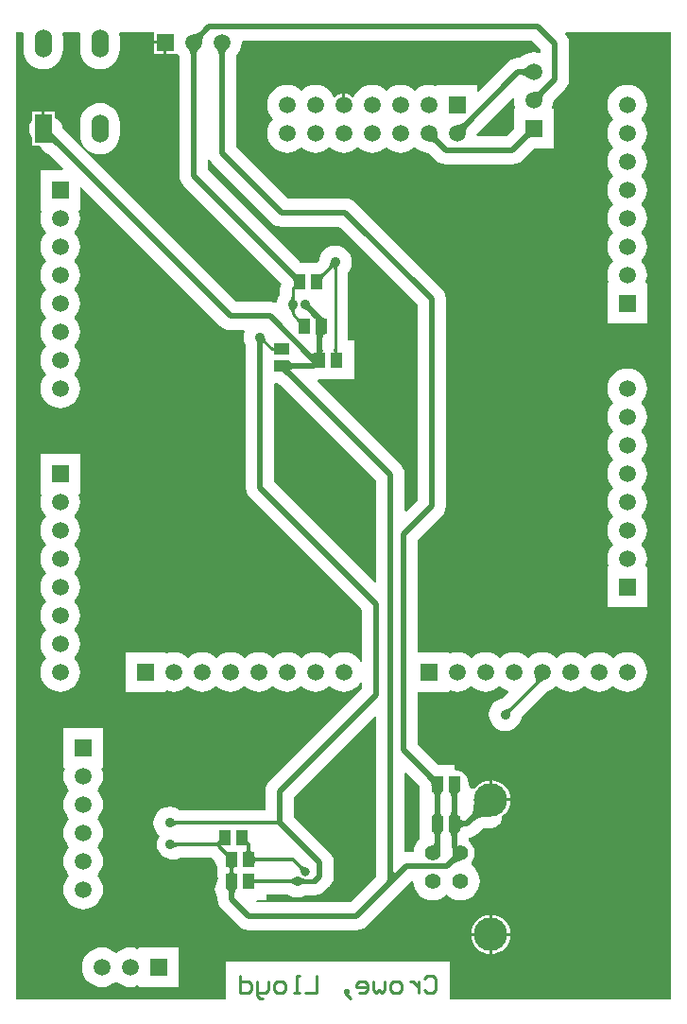
<source format=gbl>
%FSLAX25Y25*%
%MOIN*%
G70*
G01*
G75*
G04 Layer_Physical_Order=2*
G04 Layer_Color=16711680*
%ADD10R,0.04331X0.05512*%
%ADD11O,0.08268X0.01378*%
%ADD12O,0.01181X0.07087*%
%ADD13O,0.07087X0.01181*%
%ADD14C,0.01200*%
%ADD15C,0.01000*%
%ADD16C,0.02000*%
%ADD17C,0.01500*%
%ADD18C,0.00500*%
%ADD19C,0.00800*%
%ADD20C,0.05906*%
%ADD21R,0.05906X0.05906*%
%ADD22C,0.05500*%
%ADD23C,0.11811*%
%ADD24R,0.05906X0.05906*%
%ADD25R,0.06000X0.10000*%
%ADD26O,0.06000X0.10000*%
%ADD27C,0.03500*%
%ADD28C,0.03300*%
%ADD29C,0.03400*%
%ADD30R,0.05512X0.04331*%
%ADD31C,0.01800*%
%ADD32C,0.01900*%
G36*
X96750Y-283951D02*
X96710Y-283930D01*
X96632Y-283912D01*
X96516Y-283896D01*
X96173Y-283870D01*
X94657Y-283843D01*
Y-282643D01*
X96750Y-282536D01*
Y-283951D01*
D02*
G37*
G36*
X171797Y-281004D02*
X170948Y-281011D01*
X169427Y-281114D01*
X168754Y-281211D01*
X168139Y-281338D01*
X167583Y-281496D01*
X167085Y-281683D01*
X166646Y-281901D01*
X166265Y-282149D01*
X165942Y-282427D01*
X164528Y-281013D01*
X164806Y-280691D01*
X165054Y-280310D01*
X165272Y-279870D01*
X165460Y-279372D01*
X165617Y-278816D01*
X165744Y-278201D01*
X165841Y-277528D01*
X165944Y-276007D01*
X165951Y-275158D01*
X171797Y-281004D01*
D02*
G37*
G36*
X154057Y-279138D02*
X154087Y-279480D01*
X154137Y-279782D01*
X154207Y-280044D01*
X154297Y-280265D01*
X154407Y-280446D01*
X154537Y-280587D01*
X154687Y-280688D01*
X154857Y-280748D01*
X155047Y-280768D01*
X151047D01*
X151237Y-280748D01*
X151407Y-280688D01*
X151557Y-280587D01*
X151687Y-280446D01*
X151797Y-280265D01*
X151887Y-280044D01*
X151957Y-279782D01*
X152007Y-279480D01*
X152037Y-279138D01*
X152047Y-278756D01*
X154047D01*
X154057Y-279138D01*
D02*
G37*
G36*
X60018Y-282137D02*
X60147Y-282243D01*
X60280Y-282337D01*
X60418Y-282418D01*
X60560Y-282487D01*
X60707Y-282543D01*
X60858Y-282587D01*
X61013Y-282618D01*
X61173Y-282637D01*
X61337Y-282643D01*
Y-283843D01*
X61173Y-283850D01*
X61013Y-283868D01*
X60858Y-283900D01*
X60707Y-283943D01*
X60560Y-284000D01*
X60418Y-284068D01*
X60280Y-284150D01*
X60147Y-284243D01*
X60018Y-284350D01*
X59893Y-284468D01*
Y-282018D01*
X60018Y-282137D01*
D02*
G37*
G36*
X154857Y-286252D02*
X154687Y-286312D01*
X154537Y-286413D01*
X154407Y-286554D01*
X154297Y-286735D01*
X154207Y-286956D01*
X154137Y-287218D01*
X154087Y-287520D01*
X154057Y-287862D01*
X154047Y-288244D01*
X152047D01*
X152037Y-287862D01*
X152007Y-287520D01*
X151957Y-287218D01*
X151887Y-286956D01*
X151797Y-286735D01*
X151687Y-286554D01*
X151557Y-286413D01*
X151407Y-286312D01*
X151237Y-286252D01*
X151047Y-286232D01*
X155047D01*
X154857Y-286252D01*
D02*
G37*
G36*
X160763D02*
X160593Y-286312D01*
X160443Y-286413D01*
X160313Y-286554D01*
X160203Y-286735D01*
X160113Y-286956D01*
X160043Y-287218D01*
X159993Y-287520D01*
X159963Y-287862D01*
X159953Y-288244D01*
X157953D01*
X157943Y-287862D01*
X157913Y-287520D01*
X157863Y-287218D01*
X157793Y-286956D01*
X157703Y-286735D01*
X157593Y-286554D01*
X157463Y-286413D01*
X157313Y-286312D01*
X157143Y-286252D01*
X156953Y-286232D01*
X160953D01*
X160763Y-286252D01*
D02*
G37*
G36*
X161114Y-281690D02*
X161175Y-281860D01*
X161275Y-282010D01*
X161416Y-282140D01*
X161597Y-282250D01*
X161818Y-282340D01*
X162080Y-282410D01*
X162382Y-282460D01*
X162724Y-282490D01*
X163106Y-282500D01*
Y-284500D01*
X162724Y-284510D01*
X162382Y-284540D01*
X162080Y-284590D01*
X161818Y-284660D01*
X161597Y-284750D01*
X161416Y-284860D01*
X161275Y-284990D01*
X161175Y-285140D01*
X161114Y-285310D01*
X161094Y-285500D01*
Y-281500D01*
X161114Y-281690D01*
D02*
G37*
G36*
X159963Y-279138D02*
X159993Y-279480D01*
X160043Y-279782D01*
X160113Y-280044D01*
X160203Y-280265D01*
X160313Y-280446D01*
X160443Y-280587D01*
X160593Y-280688D01*
X160763Y-280748D01*
X160953Y-280768D01*
X156953D01*
X157143Y-280748D01*
X157313Y-280688D01*
X157463Y-280587D01*
X157593Y-280446D01*
X157703Y-280265D01*
X157793Y-280044D01*
X157863Y-279782D01*
X157913Y-279480D01*
X157943Y-279138D01*
X157953Y-278756D01*
X159953D01*
X159963Y-279138D01*
D02*
G37*
G36*
X191294Y-232654D02*
X190881Y-232858D01*
X188912Y-233980D01*
X188762Y-234097D01*
X188645Y-234204D01*
X187316Y-233835D01*
X187484Y-233645D01*
X187617Y-233443D01*
X187715Y-233231D01*
X187778Y-233007D01*
X187806Y-232773D01*
X187799Y-232528D01*
X187757Y-232273D01*
X187680Y-232006D01*
X187569Y-231728D01*
X187422Y-231440D01*
X191294Y-232654D01*
D02*
G37*
G36*
X96122Y-128080D02*
X96391Y-128138D01*
X96650Y-128229D01*
X96904Y-128248D01*
X97152Y-128301D01*
X97188Y-128299D01*
X97204Y-128312D01*
X131457Y-162565D01*
Y-198171D01*
X130995Y-198363D01*
X95543Y-162911D01*
Y-128371D01*
X95696Y-128195D01*
X96043Y-128040D01*
X96122Y-128080D01*
D02*
G37*
G36*
X72632Y-49522D02*
X73434Y-50566D01*
X94434Y-71566D01*
X95478Y-72368D01*
X96338Y-72724D01*
X96695Y-72871D01*
X98000Y-73043D01*
X118411D01*
X145957Y-100589D01*
Y-169411D01*
X142005Y-173363D01*
X141543Y-173171D01*
Y-160476D01*
X141371Y-159171D01*
X140867Y-157955D01*
X140066Y-156910D01*
X110615Y-127459D01*
X110821Y-126958D01*
X111309Y-126756D01*
X123618D01*
Y-113244D01*
X121539D01*
Y-89030D01*
X122023Y-88400D01*
X122602Y-87001D01*
X122800Y-85500D01*
X122602Y-83999D01*
X122023Y-82600D01*
X121101Y-81399D01*
X119900Y-80477D01*
X118501Y-79898D01*
X117000Y-79700D01*
X115499Y-79898D01*
X114100Y-80477D01*
X112899Y-81399D01*
X111977Y-82600D01*
X111398Y-83999D01*
X111294Y-84787D01*
X110337Y-85744D01*
X104923D01*
X72043Y-52864D01*
Y-49405D01*
X72543Y-49306D01*
X72632Y-49522D01*
D02*
G37*
G36*
X179329Y-243519D02*
X179218Y-243640D01*
X179118Y-243766D01*
X179030Y-243898D01*
X178954Y-244036D01*
X178890Y-244179D01*
X178838Y-244328D01*
X178798Y-244483D01*
X178770Y-244644D01*
X178754Y-244810D01*
X178750Y-244983D01*
X177017Y-243250D01*
X177190Y-243246D01*
X177356Y-243230D01*
X177517Y-243202D01*
X177672Y-243162D01*
X177821Y-243110D01*
X177964Y-243046D01*
X178102Y-242970D01*
X178234Y-242882D01*
X178360Y-242782D01*
X178481Y-242671D01*
X179329Y-243519D01*
D02*
G37*
G36*
X154857Y-272252D02*
X154687Y-272312D01*
X154537Y-272413D01*
X154407Y-272554D01*
X154297Y-272735D01*
X154207Y-272956D01*
X154137Y-273218D01*
X154087Y-273520D01*
X154057Y-273862D01*
X154047Y-274244D01*
X152047D01*
X152037Y-273862D01*
X152007Y-273520D01*
X151957Y-273218D01*
X151887Y-272956D01*
X151797Y-272735D01*
X151687Y-272554D01*
X151557Y-272413D01*
X151407Y-272312D01*
X151237Y-272252D01*
X151047Y-272232D01*
X155047D01*
X154857Y-272252D01*
D02*
G37*
G36*
X160763D02*
X160593Y-272312D01*
X160443Y-272413D01*
X160313Y-272554D01*
X160203Y-272735D01*
X160113Y-272956D01*
X160043Y-273218D01*
X159993Y-273520D01*
X159963Y-273862D01*
X159953Y-274244D01*
X157953D01*
X157943Y-273862D01*
X157913Y-273520D01*
X157863Y-273218D01*
X157793Y-272956D01*
X157703Y-272735D01*
X157593Y-272554D01*
X157463Y-272413D01*
X157313Y-272312D01*
X157143Y-272252D01*
X156953Y-272232D01*
X160953D01*
X160763Y-272252D01*
D02*
G37*
G36*
X150741Y-265766D02*
X151513Y-266425D01*
X151848Y-266662D01*
X152148Y-266836D01*
X152413Y-266947D01*
X152645Y-266996D01*
X152841Y-266982D01*
X153004Y-266906D01*
X153132Y-266768D01*
X150906Y-270175D01*
X150991Y-269994D01*
X151026Y-269791D01*
X151010Y-269564D01*
X150944Y-269315D01*
X150826Y-269044D01*
X150658Y-268750D01*
X150440Y-268433D01*
X150170Y-268093D01*
X149850Y-267731D01*
X149480Y-267347D01*
X150303Y-265342D01*
X150741Y-265766D01*
D02*
G37*
G36*
X75994Y-291044D02*
X75994Y-291093D01*
X75983Y-291248D01*
X75978Y-291276D01*
X75973Y-291300D01*
X75967Y-291319D01*
X75959Y-291334D01*
X75951Y-291345D01*
X75145Y-290453D01*
X76006Y-289519D01*
X75994Y-291044D01*
D02*
G37*
G36*
X104893Y-302581D02*
X104971Y-302630D01*
X105061Y-302674D01*
X105166Y-302711D01*
X105284Y-302743D01*
X105416Y-302769D01*
X105561Y-302790D01*
X105892Y-302813D01*
X106078Y-302816D01*
Y-304616D01*
X105892Y-304619D01*
X105561Y-304642D01*
X105416Y-304662D01*
X105284Y-304688D01*
X105166Y-304720D01*
X105061Y-304758D01*
X104971Y-304801D01*
X104893Y-304851D01*
X104830Y-304906D01*
Y-302526D01*
X104893Y-302581D01*
D02*
G37*
G36*
X102402Y-303091D02*
X102980Y-303079D01*
Y-304352D01*
X102955Y-304346D01*
X102895Y-304339D01*
X102668Y-304329D01*
X102402Y-304327D01*
Y-304906D01*
X102284Y-304794D01*
X102161Y-304693D01*
X102033Y-304605D01*
X101901Y-304528D01*
X101763Y-304463D01*
X101621Y-304410D01*
X101474Y-304369D01*
X101323Y-304339D01*
X101166Y-304322D01*
X101005Y-304316D01*
Y-303116D01*
X101166Y-303110D01*
X101323Y-303092D01*
X101474Y-303063D01*
X101621Y-303021D01*
X101763Y-302968D01*
X101901Y-302903D01*
X102033Y-302827D01*
X102161Y-302738D01*
X102284Y-302638D01*
X102402Y-302526D01*
Y-303091D01*
D02*
G37*
G36*
X81633Y-298844D02*
X81531Y-298880D01*
X81441Y-298941D01*
X81363Y-299026D01*
X81297Y-299135D01*
X81243Y-299268D01*
X81201Y-299426D01*
X81171Y-299608D01*
X81153Y-299814D01*
X81151Y-299900D01*
X81153Y-299986D01*
X81171Y-300192D01*
X81201Y-300374D01*
X81243Y-300532D01*
X81297Y-300665D01*
X81363Y-300774D01*
X81441Y-300859D01*
X81531Y-300920D01*
X81633Y-300956D01*
X81747Y-300968D01*
X81151D01*
X81255Y-302993D01*
X79840D01*
X79860Y-302953D01*
X79878Y-302875D01*
X79895Y-302760D01*
X79920Y-302416D01*
X79946Y-300968D01*
X79347D01*
X79461Y-300956D01*
X79563Y-300920D01*
X79653Y-300859D01*
X79731Y-300774D01*
X79797Y-300665D01*
X79851Y-300532D01*
X79893Y-300374D01*
X79923Y-300192D01*
X79941Y-299986D01*
X79944Y-299900D01*
X79941Y-299814D01*
X79923Y-299608D01*
X79893Y-299426D01*
X79851Y-299268D01*
X79797Y-299135D01*
X79731Y-299026D01*
X79653Y-298941D01*
X79563Y-298880D01*
X79461Y-298844D01*
X79347Y-298832D01*
X81747D01*
X81633Y-298844D01*
D02*
G37*
G36*
X88618Y-302630D02*
X88654Y-302732D01*
X88714Y-302822D01*
X88798Y-302900D01*
X88906Y-302966D01*
X89038Y-303020D01*
X89194Y-303062D01*
X89374Y-303092D01*
X89578Y-303110D01*
X89806Y-303116D01*
Y-304316D01*
X89578Y-304322D01*
X89374Y-304340D01*
X89194Y-304370D01*
X89038Y-304412D01*
X88906Y-304466D01*
X88798Y-304532D01*
X88714Y-304610D01*
X88654Y-304700D01*
X88618Y-304802D01*
X88606Y-304916D01*
Y-302516D01*
X88618Y-302630D01*
D02*
G37*
G36*
X131457Y-245829D02*
Y-301707D01*
X131451Y-301761D01*
X131440Y-301817D01*
X131429Y-301860D01*
X131416Y-301894D01*
X131400Y-301927D01*
X131379Y-301965D01*
X131346Y-302013D01*
X131313Y-302055D01*
X122411Y-310957D01*
X89075D01*
X89074Y-310956D01*
X89342Y-310456D01*
X92618D01*
Y-308355D01*
X100299D01*
X100741Y-308695D01*
X102128Y-309269D01*
X103616Y-309465D01*
X105104Y-309269D01*
X106490Y-308695D01*
X106538Y-308658D01*
X109301D01*
X109684Y-308709D01*
X110977Y-308538D01*
X112181Y-308040D01*
X113215Y-307246D01*
X114660Y-305801D01*
X114966Y-305566D01*
X115768Y-304522D01*
X116271Y-303305D01*
X116443Y-302000D01*
Y-297187D01*
X116271Y-295881D01*
X115768Y-294665D01*
X114966Y-293621D01*
X102500Y-281154D01*
Y-274132D01*
X130995Y-245637D01*
X131457Y-245829D01*
D02*
G37*
G36*
X82357Y-306452D02*
X82187Y-306512D01*
X82037Y-306613D01*
X81907Y-306754D01*
X81797Y-306935D01*
X81707Y-307156D01*
X81637Y-307418D01*
X81587Y-307720D01*
X81557Y-308062D01*
X81547Y-308444D01*
X79547D01*
X79537Y-308062D01*
X79507Y-307720D01*
X79457Y-307418D01*
X79387Y-307156D01*
X79297Y-306935D01*
X79187Y-306754D01*
X79057Y-306613D01*
X78907Y-306512D01*
X78737Y-306452D01*
X78547Y-306432D01*
X82547D01*
X82357Y-306452D01*
D02*
G37*
G36*
X137514Y-299952D02*
X137557Y-300249D01*
X137627Y-300479D01*
X137726Y-300640D01*
X137854Y-300732D01*
X138009Y-300757D01*
X138193Y-300713D01*
X138405Y-300601D01*
X138646Y-300420D01*
X138914Y-300172D01*
X137207Y-304707D01*
X134086Y-305000D01*
X134354Y-304711D01*
X134595Y-304411D01*
X134807Y-304099D01*
X134991Y-303775D01*
X135146Y-303439D01*
X135274Y-303092D01*
X135373Y-302733D01*
X135443Y-302362D01*
X135486Y-301980D01*
X135500Y-301586D01*
X137500Y-299586D01*
X137514Y-299952D01*
D02*
G37*
G36*
X105053Y-298197D02*
X105173Y-298293D01*
X105298Y-298378D01*
X105426Y-298452D01*
X105558Y-298514D01*
X105695Y-298564D01*
X105836Y-298603D01*
X105981Y-298630D01*
X106130Y-298646D01*
X106283Y-298650D01*
X104650Y-300284D01*
X104646Y-300130D01*
X104630Y-299981D01*
X104603Y-299836D01*
X104564Y-299695D01*
X104514Y-299558D01*
X104452Y-299426D01*
X104378Y-299297D01*
X104293Y-299173D01*
X104197Y-299053D01*
X104089Y-298937D01*
X104937Y-298089D01*
X105053Y-298197D01*
D02*
G37*
G36*
X87059Y-292386D02*
X87077Y-292592D01*
X87107Y-292774D01*
X87149Y-292932D01*
X87203Y-293065D01*
X87269Y-293174D01*
X87347Y-293259D01*
X87437Y-293320D01*
X87539Y-293356D01*
X87653Y-293368D01*
X85253D01*
X85367Y-293356D01*
X85469Y-293320D01*
X85559Y-293259D01*
X85637Y-293174D01*
X85703Y-293065D01*
X85757Y-292932D01*
X85799Y-292774D01*
X85829Y-292592D01*
X85847Y-292386D01*
X85853Y-292156D01*
X87053D01*
X87059Y-292386D01*
D02*
G37*
G36*
X154047Y-290070D02*
X154024Y-293262D01*
X151049Y-291145D01*
X151239Y-291109D01*
X151408Y-291047D01*
X151558Y-290958D01*
X151688Y-290841D01*
X151798Y-290697D01*
X151888Y-290526D01*
X151957Y-290328D01*
X152007Y-290103D01*
X152037Y-289850D01*
X152047Y-289570D01*
X154047Y-290070D01*
D02*
G37*
G36*
X60095Y-289814D02*
X60224Y-289920D01*
X60357Y-290014D01*
X60495Y-290095D01*
X60638Y-290164D01*
X60784Y-290220D01*
X60935Y-290264D01*
X61090Y-290296D01*
X61250Y-290314D01*
X61414Y-290320D01*
Y-291521D01*
X61250Y-291527D01*
X61090Y-291546D01*
X60935Y-291577D01*
X60784Y-291620D01*
X60638Y-291677D01*
X60495Y-291745D01*
X60357Y-291827D01*
X60224Y-291920D01*
X60095Y-292027D01*
X59970Y-292145D01*
Y-289696D01*
X60095Y-289814D01*
D02*
G37*
G36*
X146882Y-270467D02*
Y-276256D01*
X146882D01*
X146882Y-276744D01*
X146882D01*
Y-288809D01*
X146548Y-289083D01*
X145704Y-290110D01*
X145078Y-291283D01*
X144692Y-292555D01*
X144603Y-293457D01*
X142000D01*
X141919Y-293467D01*
X141543Y-293138D01*
Y-265781D01*
X142005Y-265590D01*
X146882Y-270467D01*
D02*
G37*
G36*
X161159Y-296629D02*
X160904Y-296636D01*
X160655Y-296662D01*
X160413Y-296707D01*
X160178Y-296772D01*
X159951Y-296856D01*
X159730Y-296959D01*
X159516Y-297081D01*
X159309Y-297223D01*
X159109Y-297384D01*
X158916Y-297564D01*
X157501Y-296150D01*
X157681Y-295957D01*
X157842Y-295757D01*
X157984Y-295550D01*
X158106Y-295336D01*
X158209Y-295115D01*
X158293Y-294887D01*
X158358Y-294652D01*
X158404Y-294410D01*
X158430Y-294162D01*
X158437Y-293906D01*
X161159Y-296629D01*
D02*
G37*
G36*
X88606Y-295014D02*
X88643Y-295116D01*
X88703Y-295206D01*
X88788Y-295284D01*
X88897Y-295350D01*
X89030Y-295404D01*
X89188Y-295446D01*
X89370Y-295476D01*
X89576Y-295494D01*
X89806Y-295500D01*
Y-296700D01*
X89576Y-296706D01*
X89370Y-296724D01*
X89188Y-296754D01*
X89030Y-296796D01*
X88897Y-296850D01*
X88788Y-296916D01*
X88703Y-296994D01*
X88643Y-297084D01*
X88606Y-297186D01*
X88594Y-297300D01*
Y-294900D01*
X88606Y-295014D01*
D02*
G37*
G36*
X78076Y-292772D02*
X78553Y-293180D01*
X78757Y-293325D01*
X78938Y-293430D01*
X79096Y-293495D01*
X79232Y-293520D01*
X79344Y-293505D01*
X79434Y-293451D01*
X79500Y-293356D01*
X78394Y-295644D01*
X78435Y-295524D01*
X78448Y-295393D01*
X78434Y-295251D01*
X78391Y-295098D01*
X78320Y-294934D01*
X78221Y-294758D01*
X78094Y-294572D01*
X77939Y-294375D01*
X77756Y-294166D01*
X77545Y-293947D01*
X77803Y-292508D01*
X78076Y-292772D01*
D02*
G37*
G36*
X100902Y-120316D02*
X100962Y-120486D01*
X101063Y-120636D01*
X101203Y-120766D01*
X101384Y-120876D01*
X101606Y-120966D01*
X101867Y-121036D01*
X102169Y-121086D01*
X102511Y-121116D01*
X102893Y-121126D01*
Y-123126D01*
X102511Y-123136D01*
X102169Y-123166D01*
X101867Y-123216D01*
X101606Y-123286D01*
X101384Y-123376D01*
X101203Y-123486D01*
X101143Y-123542D01*
X101227Y-123662D01*
X101525Y-124031D01*
X102308Y-124870D01*
X100303Y-125694D01*
X99919Y-125324D01*
X99220Y-124737D01*
X98903Y-124520D01*
X98609Y-124353D01*
X98337Y-124237D01*
X98088Y-124172D01*
X97861Y-124157D01*
X97657Y-124193D01*
X97474Y-124279D01*
X100882Y-122049D01*
Y-120126D01*
X100902Y-120316D01*
D02*
G37*
G36*
X16991Y-38941D02*
X17034Y-39222D01*
X17106Y-39505D01*
X17206Y-39787D01*
X17334Y-40069D01*
X17491Y-40353D01*
X17676Y-40636D01*
X17890Y-40920D01*
X18132Y-41204D01*
X18402Y-41488D01*
Y-44316D01*
X18239Y-44159D01*
X17927Y-43894D01*
X17778Y-43786D01*
X17635Y-43695D01*
X17495Y-43620D01*
X17361Y-43563D01*
X17232Y-43521D01*
X17108Y-43496D01*
X16988Y-43488D01*
X16976Y-38660D01*
X16991Y-38941D01*
D02*
G37*
G36*
X116482Y-86750D02*
X118225D01*
X118087Y-86892D01*
X117964Y-87036D01*
X117855Y-87181D01*
X117761Y-87327D01*
X117681Y-87474D01*
X117616Y-87623D01*
X117565Y-87772D01*
X117529Y-87923D01*
X117507Y-88074D01*
X117500Y-88227D01*
X116500D01*
X116493Y-88074D01*
X116471Y-87923D01*
X116435Y-87772D01*
X116384Y-87623D01*
X116319Y-87474D01*
X116241Y-87332D01*
X116086Y-87378D01*
X115935Y-87436D01*
X115793Y-87506D01*
X115661Y-87587D01*
X115538Y-87679D01*
X115425Y-87782D01*
X114718Y-87075D01*
X114821Y-86962D01*
X114913Y-86839D01*
X114994Y-86707D01*
X115064Y-86565D01*
X115122Y-86414D01*
X115170Y-86254D01*
X115207Y-86084D01*
X115232Y-85905D01*
X115247Y-85716D01*
X115250Y-85518D01*
X116482Y-86750D01*
D02*
G37*
G36*
X186888Y-41441D02*
X186732Y-41328D01*
X186548Y-41271D01*
X186336D01*
X186096Y-41328D01*
X185827Y-41441D01*
X185530Y-41611D01*
X185205Y-41837D01*
X184851Y-42120D01*
X184059Y-42855D01*
X182645Y-41441D01*
X183041Y-41031D01*
X183663Y-40295D01*
X183889Y-39970D01*
X184059Y-39673D01*
X184172Y-39404D01*
X184229Y-39164D01*
Y-38952D01*
X184172Y-38768D01*
X184059Y-38612D01*
X186888Y-41441D01*
D02*
G37*
G36*
X152960Y-40323D02*
X152987Y-40607D01*
X153034Y-40880D01*
X153101Y-41144D01*
X153188Y-41397D01*
X153295Y-41640D01*
X153422Y-41873D01*
X153570Y-42095D01*
X153737Y-42308D01*
X153924Y-42510D01*
X152510Y-43924D01*
X152308Y-43737D01*
X152095Y-43570D01*
X151873Y-43422D01*
X151640Y-43295D01*
X151397Y-43188D01*
X151144Y-43101D01*
X150880Y-43034D01*
X150607Y-42987D01*
X150323Y-42960D01*
X150030Y-42953D01*
X152953Y-40029D01*
X152960Y-40323D01*
D02*
G37*
G36*
X104548Y-93500D02*
X104478Y-93514D01*
X104387Y-93555D01*
X104274Y-93624D01*
X104139Y-93721D01*
X103804Y-93997D01*
X103139Y-94618D01*
X102874Y-94880D01*
X102401Y-94407D01*
X102394Y-95244D01*
X102393Y-95266D01*
X102390Y-95307D01*
X102387Y-95325D01*
X102384Y-95341D01*
X102379Y-95356D01*
X102374Y-95370D01*
X102368Y-95382D01*
X102361Y-95392D01*
X102354Y-95401D01*
X101687Y-94653D01*
X102406Y-93866D01*
X102405Y-93932D01*
X102429Y-93908D01*
X103423Y-92773D01*
X103492Y-92660D01*
X103533Y-92569D01*
X103547Y-92499D01*
X104548Y-93500D01*
D02*
G37*
G36*
X102507Y-97926D02*
X102529Y-98077D01*
X102565Y-98228D01*
X102616Y-98377D01*
X102681Y-98526D01*
X102761Y-98673D01*
X102855Y-98819D01*
X102964Y-98964D01*
X103087Y-99108D01*
X103225Y-99250D01*
X100775D01*
X100913Y-99108D01*
X101036Y-98964D01*
X101145Y-98819D01*
X101239Y-98673D01*
X101319Y-98526D01*
X101384Y-98377D01*
X101435Y-98228D01*
X101471Y-98077D01*
X101493Y-97926D01*
X101500Y-97773D01*
X102500D01*
X102507Y-97926D01*
D02*
G37*
G36*
X113313Y-89894D02*
X113121Y-90093D01*
X112819Y-90452D01*
X112707Y-90613D01*
X112623Y-90761D01*
X112566Y-90896D01*
X112536Y-91018D01*
X112532Y-91127D01*
X112556Y-91224D01*
X112606Y-91308D01*
X111330Y-89756D01*
X111401Y-89819D01*
X111488Y-89852D01*
X111591Y-89855D01*
X111709Y-89829D01*
X111843Y-89773D01*
X111992Y-89688D01*
X112157Y-89573D01*
X112337Y-89428D01*
X112744Y-89049D01*
X113313Y-89894D01*
D02*
G37*
G36*
X102241Y-88766D02*
X103013Y-89425D01*
X103348Y-89662D01*
X103648Y-89836D01*
X103913Y-89947D01*
X104145Y-89996D01*
X104341Y-89982D01*
X104504Y-89907D01*
X104632Y-89768D01*
X102406Y-93175D01*
X102491Y-92994D01*
X102526Y-92791D01*
X102510Y-92564D01*
X102444Y-92315D01*
X102326Y-92044D01*
X102158Y-91750D01*
X101940Y-91433D01*
X101670Y-91093D01*
X101350Y-90731D01*
X100980Y-90347D01*
X101803Y-88342D01*
X102241Y-88766D01*
D02*
G37*
G36*
X78864Y-10321D02*
X78683Y-10541D01*
X78523Y-10768D01*
X78384Y-11001D01*
X78267Y-11242D01*
X78171Y-11490D01*
X78096Y-11744D01*
X78043Y-12006D01*
X78011Y-12274D01*
X78000Y-12550D01*
X76000D01*
X75989Y-12274D01*
X75957Y-12006D01*
X75904Y-11744D01*
X75829Y-11490D01*
X75733Y-11242D01*
X75616Y-11001D01*
X75477Y-10768D01*
X75317Y-10541D01*
X75136Y-10321D01*
X74933Y-10109D01*
X79067D01*
X78864Y-10321D01*
D02*
G37*
G36*
X68864D02*
X68683Y-10541D01*
X68523Y-10768D01*
X68384Y-11001D01*
X68267Y-11242D01*
X68171Y-11490D01*
X68096Y-11744D01*
X68043Y-12006D01*
X68011Y-12274D01*
X68000Y-12550D01*
X66000D01*
X65989Y-12274D01*
X65957Y-12006D01*
X65904Y-11744D01*
X65829Y-11490D01*
X65733Y-11242D01*
X65616Y-11001D01*
X65477Y-10768D01*
X65317Y-10541D01*
X65136Y-10321D01*
X64933Y-10109D01*
X69067D01*
X68864Y-10321D01*
D02*
G37*
G36*
X70924Y-5490D02*
X70737Y-5692D01*
X70570Y-5905D01*
X70423Y-6128D01*
X70295Y-6360D01*
X70188Y-6603D01*
X70101Y-6857D01*
X70034Y-7120D01*
X69987Y-7393D01*
X69960Y-7677D01*
X69953Y-7970D01*
X67030Y-5047D01*
X67323Y-5040D01*
X67607Y-5013D01*
X67880Y-4966D01*
X68143Y-4899D01*
X68397Y-4812D01*
X68640Y-4705D01*
X68872Y-4578D01*
X69095Y-4430D01*
X69308Y-4263D01*
X69510Y-4076D01*
X70924Y-5490D01*
D02*
G37*
G36*
X235461Y-345461D02*
X157500D01*
Y-332002D01*
X78522D01*
Y-345461D01*
X4539D01*
Y-4539D01*
X6860D01*
X7158Y-4940D01*
X7101Y-5128D01*
X6966Y-6500D01*
Y-10500D01*
X7101Y-11872D01*
X7502Y-13192D01*
X8152Y-14408D01*
X9026Y-15474D01*
X10092Y-16348D01*
X11308Y-16998D01*
X12628Y-17399D01*
X14000Y-17534D01*
X15372Y-17399D01*
X16692Y-16998D01*
X17908Y-16348D01*
X18974Y-15474D01*
X19848Y-14408D01*
X20498Y-13192D01*
X20899Y-11872D01*
X21034Y-10500D01*
Y-6500D01*
X20899Y-5128D01*
X20842Y-4940D01*
X21140Y-4539D01*
X26860D01*
X27158Y-4940D01*
X27101Y-5128D01*
X26966Y-6500D01*
Y-10500D01*
X27101Y-11872D01*
X27501Y-13192D01*
X28152Y-14408D01*
X29026Y-15474D01*
X30092Y-16348D01*
X31308Y-16998D01*
X32628Y-17399D01*
X34000Y-17534D01*
X35372Y-17399D01*
X36692Y-16998D01*
X37908Y-16348D01*
X38974Y-15474D01*
X39849Y-14408D01*
X40499Y-13192D01*
X40899Y-11872D01*
X41034Y-10500D01*
Y-6500D01*
X40899Y-5128D01*
X40842Y-4940D01*
X41140Y-4539D01*
X53047D01*
Y-7500D01*
X57000D01*
Y-8000D01*
X57500D01*
Y-11953D01*
X60953D01*
X60953Y-11953D01*
Y-11953D01*
D01*
X61391Y-12125D01*
X61949Y-12805D01*
X61957Y-12816D01*
Y-54953D01*
X62129Y-56258D01*
X62633Y-57474D01*
X63434Y-58519D01*
X97959Y-93044D01*
X97616Y-93872D01*
X97461Y-95047D01*
Y-96970D01*
X96977Y-97600D01*
X96398Y-98999D01*
X96318Y-99603D01*
X95885Y-99853D01*
X95343Y-99629D01*
X94037Y-99457D01*
X82089D01*
X21109Y-38477D01*
X21040Y-38396D01*
X20981Y-38317D01*
X20927Y-38028D01*
X20870Y-37606D01*
X20831Y-37511D01*
X20812Y-37411D01*
X20629Y-37027D01*
X20465Y-36634D01*
X20403Y-36553D01*
X20358Y-36460D01*
X20082Y-36137D01*
X19822Y-35800D01*
X19740Y-35738D01*
X19674Y-35660D01*
X19323Y-35419D01*
X18985Y-35161D01*
X18890Y-35122D01*
X18806Y-35064D01*
X18404Y-34922D01*
X18011Y-34760D01*
X18000Y-34759D01*
Y-32500D01*
X14500D01*
Y-38500D01*
X13500D01*
Y-32500D01*
X10000D01*
Y-35500D01*
X9633Y-35978D01*
X9129Y-37195D01*
X8957Y-38500D01*
X9129Y-39805D01*
X9633Y-41022D01*
X10000Y-41500D01*
Y-44500D01*
X12868D01*
X13225Y-44857D01*
X13241Y-44896D01*
X13363Y-45259D01*
X13443Y-45380D01*
X13499Y-45514D01*
X13733Y-45818D01*
X13945Y-46137D01*
X14054Y-46233D01*
X14142Y-46348D01*
X14447Y-46580D01*
X14734Y-46834D01*
X14864Y-46899D01*
X14979Y-46987D01*
X15334Y-47133D01*
X15666Y-47298D01*
X20953Y-52585D01*
X20762Y-53047D01*
X13047D01*
Y-66953D01*
X13254D01*
X13507Y-67453D01*
X13148Y-68637D01*
X13014Y-70000D01*
X13148Y-71363D01*
X13545Y-72674D01*
X14191Y-73881D01*
X14801Y-74625D01*
X15024Y-75000D01*
X14801Y-75375D01*
X14191Y-76119D01*
X13545Y-77326D01*
X13148Y-78637D01*
X13014Y-80000D01*
X13148Y-81363D01*
X13545Y-82674D01*
X14191Y-83881D01*
X14801Y-84625D01*
X15024Y-85000D01*
X14801Y-85375D01*
X14191Y-86119D01*
X13545Y-87326D01*
X13148Y-88637D01*
X13014Y-90000D01*
X13148Y-91363D01*
X13545Y-92674D01*
X14191Y-93881D01*
X14801Y-94625D01*
X15024Y-95000D01*
X14801Y-95375D01*
X14191Y-96119D01*
X13545Y-97326D01*
X13148Y-98637D01*
X13014Y-100000D01*
X13148Y-101363D01*
X13545Y-102674D01*
X14191Y-103881D01*
X14801Y-104625D01*
X15024Y-105000D01*
X14801Y-105375D01*
X14191Y-106119D01*
X13545Y-107326D01*
X13148Y-108637D01*
X13014Y-110000D01*
X13148Y-111363D01*
X13545Y-112674D01*
X14191Y-113881D01*
X14801Y-114625D01*
X15024Y-115000D01*
X14801Y-115375D01*
X14191Y-116119D01*
X13545Y-117326D01*
X13148Y-118637D01*
X13014Y-120000D01*
X13148Y-121363D01*
X13545Y-122674D01*
X14191Y-123881D01*
X14801Y-124625D01*
X15024Y-125000D01*
X14801Y-125375D01*
X14191Y-126119D01*
X13545Y-127326D01*
X13148Y-128637D01*
X13014Y-130000D01*
X13148Y-131363D01*
X13545Y-132674D01*
X14191Y-133881D01*
X15060Y-134940D01*
X16119Y-135809D01*
X17326Y-136455D01*
X18637Y-136852D01*
X20000Y-136986D01*
X21363Y-136852D01*
X22674Y-136455D01*
X23881Y-135809D01*
X24940Y-134940D01*
X25809Y-133881D01*
X26455Y-132674D01*
X26852Y-131363D01*
X26986Y-130000D01*
X26852Y-128637D01*
X26455Y-127326D01*
X25809Y-126119D01*
X25199Y-125375D01*
X24976Y-125000D01*
X25199Y-124625D01*
X25809Y-123881D01*
X26455Y-122674D01*
X26852Y-121363D01*
X26986Y-120000D01*
X26852Y-118637D01*
X26455Y-117326D01*
X25809Y-116119D01*
X25199Y-115375D01*
X24976Y-115000D01*
X25199Y-114625D01*
X25809Y-113881D01*
X26455Y-112674D01*
X26852Y-111363D01*
X26986Y-110000D01*
X26852Y-108637D01*
X26455Y-107326D01*
X25809Y-106119D01*
X25199Y-105375D01*
X24976Y-105000D01*
X25199Y-104625D01*
X25809Y-103881D01*
X26455Y-102674D01*
X26852Y-101363D01*
X26986Y-100000D01*
X26852Y-98637D01*
X26455Y-97326D01*
X25809Y-96119D01*
X25199Y-95375D01*
X24976Y-95000D01*
X25199Y-94625D01*
X25809Y-93881D01*
X26455Y-92674D01*
X26852Y-91363D01*
X26986Y-90000D01*
X26852Y-88637D01*
X26455Y-87326D01*
X25809Y-86119D01*
X25199Y-85375D01*
X24976Y-85000D01*
X25199Y-84625D01*
X25809Y-83881D01*
X26455Y-82674D01*
X26852Y-81363D01*
X26986Y-80000D01*
X26852Y-78637D01*
X26455Y-77326D01*
X25809Y-76119D01*
X25199Y-75375D01*
X24976Y-75000D01*
X25199Y-74625D01*
X25809Y-73881D01*
X26455Y-72674D01*
X26852Y-71363D01*
X26986Y-70000D01*
X26852Y-68637D01*
X26493Y-67453D01*
X26746Y-66953D01*
X26953D01*
Y-59238D01*
X27415Y-59047D01*
X76434Y-108066D01*
X77478Y-108868D01*
X78695Y-109371D01*
X80000Y-109543D01*
X80000Y-109543D01*
X84844D01*
X85122Y-109959D01*
X84898Y-110499D01*
X84700Y-112000D01*
X84898Y-113501D01*
X85457Y-114850D01*
Y-165000D01*
X85629Y-166305D01*
X86133Y-167522D01*
X86934Y-168566D01*
X126457Y-208089D01*
Y-226270D01*
X125957Y-226395D01*
X125809Y-226119D01*
X124940Y-225060D01*
X123881Y-224191D01*
X122674Y-223545D01*
X121363Y-223148D01*
X120000Y-223014D01*
X118637Y-223148D01*
X117326Y-223545D01*
X116119Y-224191D01*
X115375Y-224801D01*
X115000Y-225024D01*
X114625Y-224801D01*
X113881Y-224191D01*
X112674Y-223545D01*
X111363Y-223148D01*
X110000Y-223014D01*
X108637Y-223148D01*
X107326Y-223545D01*
X106119Y-224191D01*
X105375Y-224801D01*
X105000Y-225024D01*
X104625Y-224801D01*
X103881Y-224191D01*
X102674Y-223545D01*
X101363Y-223148D01*
X100000Y-223014D01*
X98637Y-223148D01*
X97326Y-223545D01*
X96119Y-224191D01*
X95375Y-224801D01*
X95000Y-225024D01*
X94625Y-224801D01*
X93881Y-224191D01*
X92674Y-223545D01*
X91363Y-223148D01*
X90000Y-223014D01*
X88637Y-223148D01*
X87326Y-223545D01*
X86119Y-224191D01*
X85375Y-224801D01*
X85000Y-225024D01*
X84625Y-224801D01*
X83881Y-224191D01*
X82674Y-223545D01*
X81363Y-223148D01*
X80000Y-223014D01*
X78637Y-223148D01*
X77326Y-223545D01*
X76119Y-224191D01*
X75375Y-224801D01*
X75000Y-225024D01*
X74625Y-224801D01*
X73881Y-224191D01*
X72674Y-223545D01*
X71363Y-223148D01*
X70000Y-223014D01*
X68637Y-223148D01*
X67326Y-223545D01*
X66119Y-224191D01*
X65375Y-224801D01*
X65000Y-225024D01*
X64625Y-224801D01*
X63881Y-224191D01*
X62674Y-223545D01*
X61363Y-223148D01*
X60000Y-223014D01*
X58637Y-223148D01*
X57453Y-223507D01*
X56953Y-223254D01*
Y-223047D01*
X43047D01*
Y-236953D01*
X56953D01*
Y-236746D01*
X57453Y-236493D01*
X58637Y-236852D01*
X60000Y-236986D01*
X61363Y-236852D01*
X62674Y-236455D01*
X63881Y-235809D01*
X64625Y-235199D01*
X65000Y-234976D01*
X65375Y-235199D01*
X66119Y-235809D01*
X67326Y-236455D01*
X68637Y-236852D01*
X70000Y-236986D01*
X71363Y-236852D01*
X72674Y-236455D01*
X73881Y-235809D01*
X74625Y-235199D01*
X75000Y-234976D01*
X75375Y-235199D01*
X76119Y-235809D01*
X77326Y-236455D01*
X78637Y-236852D01*
X80000Y-236986D01*
X81363Y-236852D01*
X82674Y-236455D01*
X83881Y-235809D01*
X84625Y-235199D01*
X85000Y-234976D01*
X85375Y-235199D01*
X86119Y-235809D01*
X87326Y-236455D01*
X88637Y-236852D01*
X90000Y-236986D01*
X91363Y-236852D01*
X92674Y-236455D01*
X93881Y-235809D01*
X94625Y-235199D01*
X95000Y-234976D01*
X95375Y-235199D01*
X96119Y-235809D01*
X97326Y-236455D01*
X98637Y-236852D01*
X100000Y-236986D01*
X101363Y-236852D01*
X102674Y-236455D01*
X103881Y-235809D01*
X104625Y-235199D01*
X105000Y-234976D01*
X105375Y-235199D01*
X106119Y-235809D01*
X107326Y-236455D01*
X108637Y-236852D01*
X110000Y-236986D01*
X111363Y-236852D01*
X112674Y-236455D01*
X113881Y-235809D01*
X114625Y-235199D01*
X115000Y-234976D01*
X115375Y-235199D01*
X116119Y-235809D01*
X117326Y-236455D01*
X118637Y-236852D01*
X120000Y-236986D01*
X121363Y-236852D01*
X122674Y-236455D01*
X123881Y-235809D01*
X124940Y-234940D01*
X125809Y-233881D01*
X125957Y-233605D01*
X126457Y-233730D01*
Y-235911D01*
X93891Y-268477D01*
X93089Y-269522D01*
X92585Y-270738D01*
X92414Y-272043D01*
Y-278604D01*
X62042D01*
X61543Y-278221D01*
X60144Y-277641D01*
X58643Y-277444D01*
X57142Y-277641D01*
X55743Y-278221D01*
X54542Y-279142D01*
X53621Y-280344D01*
X53041Y-281742D01*
X52844Y-283243D01*
X53041Y-284744D01*
X53621Y-286143D01*
X54542Y-287344D01*
X55250Y-287887D01*
X54702Y-288601D01*
X54239Y-289720D01*
X54081Y-290920D01*
X54239Y-292121D01*
X54702Y-293240D01*
X55440Y-294201D01*
X56401Y-294939D01*
X57520Y-295402D01*
X57659Y-295420D01*
X57868Y-295589D01*
X57914Y-295609D01*
X57953Y-295639D01*
X58394Y-295822D01*
X58831Y-296016D01*
X58880Y-296024D01*
X58926Y-296042D01*
X59400Y-296105D01*
X59872Y-296179D01*
X59921Y-296174D01*
X59970Y-296180D01*
X60444Y-296118D01*
X60919Y-296067D01*
X60965Y-296049D01*
X61014Y-296042D01*
X61456Y-295860D01*
X61901Y-295688D01*
X61941Y-295658D01*
X61988Y-295639D01*
X62091Y-295560D01*
X73446D01*
X74501Y-296615D01*
X74525Y-296687D01*
X74584Y-296970D01*
X74691Y-297184D01*
X74767Y-297412D01*
X74927Y-297653D01*
X75056Y-297911D01*
X75216Y-298090D01*
X75349Y-298290D01*
X75361Y-298301D01*
X75335Y-298405D01*
X75341Y-298620D01*
X75313Y-298832D01*
X75354Y-299144D01*
X75362Y-299458D01*
X75422Y-299664D01*
X75450Y-299876D01*
X75460Y-299900D01*
X75450Y-299924D01*
X75422Y-300136D01*
X75362Y-300342D01*
X75354Y-300656D01*
X75313Y-300968D01*
X75341Y-301181D01*
X75335Y-301395D01*
X75409Y-301700D01*
X75450Y-302012D01*
X75532Y-302210D01*
X75582Y-302418D01*
X75655Y-302552D01*
X75504Y-303700D01*
Y-303827D01*
X75502Y-303829D01*
X75285Y-304058D01*
X75183Y-304245D01*
X75053Y-304415D01*
X74932Y-304706D01*
X74782Y-304983D01*
X74732Y-305190D01*
X74650Y-305388D01*
X74609Y-305700D01*
X74535Y-306007D01*
X74541Y-306220D01*
X74513Y-306432D01*
X74554Y-306745D01*
X74562Y-307060D01*
X74622Y-307264D01*
X74650Y-307476D01*
X74771Y-307768D01*
X74860Y-308070D01*
X74972Y-308252D01*
X75053Y-308449D01*
X75245Y-308699D01*
X75410Y-308968D01*
X75504Y-309058D01*
Y-310047D01*
X75676Y-311352D01*
X76180Y-312569D01*
X76981Y-313613D01*
X82934Y-319566D01*
X83978Y-320368D01*
X84838Y-320724D01*
X85195Y-320871D01*
X86500Y-321043D01*
X124500D01*
X125805Y-320871D01*
X127022Y-320368D01*
X128066Y-319566D01*
X140066Y-307566D01*
X143967Y-303665D01*
X144524Y-303680D01*
X144561Y-303721D01*
X144692Y-305045D01*
X145078Y-306317D01*
X145704Y-307489D01*
X146548Y-308517D01*
X147576Y-309361D01*
X148749Y-309988D01*
X150021Y-310374D01*
X151344Y-310504D01*
X152667Y-310374D01*
X153940Y-309988D01*
X155112Y-309361D01*
X156140Y-308517D01*
X156391D01*
X157418Y-309361D01*
X158591Y-309988D01*
X159863Y-310374D01*
X161187Y-310504D01*
X162510Y-310374D01*
X163782Y-309988D01*
X164955Y-309361D01*
X165983Y-308517D01*
X166826Y-307489D01*
X167453Y-306317D01*
X167839Y-305045D01*
X167969Y-303721D01*
X167839Y-302398D01*
X167453Y-301126D01*
X166826Y-299953D01*
X165983Y-298925D01*
X164955Y-298082D01*
X164899Y-298052D01*
X165056Y-297673D01*
X165063Y-297618D01*
X165083Y-297565D01*
X165132Y-297096D01*
X165155Y-296920D01*
X165554Y-296400D01*
X166058Y-295184D01*
X166230Y-293879D01*
X166058Y-292573D01*
X165554Y-291357D01*
X164753Y-290313D01*
X163996Y-289556D01*
Y-288858D01*
X164090Y-288769D01*
X164255Y-288499D01*
X164307Y-288431D01*
X164760Y-288371D01*
X165977Y-287867D01*
X167021Y-287066D01*
X168702Y-285385D01*
X168846Y-285331D01*
X169098Y-285260D01*
X169451Y-285187D01*
X169852Y-285129D01*
X171100Y-285044D01*
X171827Y-285039D01*
X172334Y-284968D01*
X172841Y-284901D01*
X172855Y-284896D01*
X172870Y-284894D01*
X173341Y-284694D01*
X173814Y-284498D01*
X173826Y-284489D01*
X173840Y-284483D01*
X174245Y-284168D01*
X174650Y-283857D01*
X174659Y-283845D01*
X174671Y-283836D01*
X174980Y-283426D01*
X175291Y-283022D01*
X175297Y-283008D01*
X175306Y-282996D01*
X175498Y-282522D01*
X175694Y-282049D01*
X175696Y-282034D01*
X175702Y-282019D01*
X175765Y-281512D01*
X175831Y-281004D01*
X175829Y-280989D01*
X175831Y-280974D01*
X175806Y-280791D01*
X176762Y-280006D01*
X177625Y-278954D01*
X178267Y-277755D01*
X178662Y-276453D01*
X178746Y-275599D01*
X171856D01*
Y-275099D01*
X171356D01*
Y-268210D01*
X170502Y-268294D01*
X169201Y-268689D01*
X168001Y-269330D01*
X166949Y-270193D01*
X166164Y-271149D01*
X165981Y-271124D01*
X165966Y-271126D01*
X165951Y-271124D01*
X165442Y-271191D01*
X164936Y-271253D01*
X164730Y-270819D01*
X164722Y-270799D01*
X164718Y-270783D01*
X164567Y-270506D01*
X164447Y-270215D01*
X164317Y-270045D01*
X164215Y-269858D01*
X163998Y-269629D01*
X163996Y-269627D01*
Y-269500D01*
X163824Y-268195D01*
X163677Y-267839D01*
X163320Y-266978D01*
X162519Y-265934D01*
X162519Y-265934D01*
X161474Y-265132D01*
X160258Y-264629D01*
X159213Y-264491D01*
Y-262744D01*
X153423D01*
X146043Y-255364D01*
Y-236953D01*
X156953D01*
Y-236746D01*
X157453Y-236493D01*
X158637Y-236852D01*
X160000Y-236986D01*
X161363Y-236852D01*
X162674Y-236455D01*
X163881Y-235809D01*
X164625Y-235199D01*
X165000Y-234976D01*
X165375Y-235199D01*
X166119Y-235809D01*
X167326Y-236455D01*
X168637Y-236852D01*
X170000Y-236986D01*
X171363Y-236852D01*
X172674Y-236455D01*
X173881Y-235809D01*
X174625Y-235199D01*
X175000Y-234976D01*
X175375Y-235199D01*
X176119Y-235809D01*
X177326Y-236455D01*
X178133Y-236699D01*
X178254Y-237184D01*
X176123Y-239316D01*
X175499Y-239398D01*
X174100Y-239977D01*
X172899Y-240899D01*
X171977Y-242100D01*
X171398Y-243499D01*
X171200Y-245000D01*
X171398Y-246501D01*
X171977Y-247900D01*
X172899Y-249101D01*
X174100Y-250023D01*
X175499Y-250602D01*
X177000Y-250800D01*
X178501Y-250602D01*
X179900Y-250023D01*
X181101Y-249101D01*
X182023Y-247900D01*
X182602Y-246501D01*
X182684Y-245877D01*
X191296Y-237265D01*
X192775Y-236422D01*
X193079Y-236272D01*
X193118Y-236246D01*
X193162Y-236230D01*
X193380Y-236077D01*
X193881Y-235809D01*
X194625Y-235199D01*
X195000Y-234976D01*
X195375Y-235199D01*
X196119Y-235809D01*
X197326Y-236455D01*
X198637Y-236852D01*
X200000Y-236986D01*
X201363Y-236852D01*
X202674Y-236455D01*
X203881Y-235809D01*
X204625Y-235199D01*
X205000Y-234976D01*
X205375Y-235199D01*
X206119Y-235809D01*
X207326Y-236455D01*
X208637Y-236852D01*
X210000Y-236986D01*
X211363Y-236852D01*
X212674Y-236455D01*
X213881Y-235809D01*
X214625Y-235199D01*
X215000Y-234976D01*
X215375Y-235199D01*
X216119Y-235809D01*
X217326Y-236455D01*
X218637Y-236852D01*
X220000Y-236986D01*
X221363Y-236852D01*
X222674Y-236455D01*
X223881Y-235809D01*
X224940Y-234940D01*
X225809Y-233881D01*
X226455Y-232674D01*
X226852Y-231363D01*
X226986Y-230000D01*
X226852Y-228637D01*
X226455Y-227326D01*
X225809Y-226119D01*
X224940Y-225060D01*
X223881Y-224191D01*
X222674Y-223545D01*
X221363Y-223148D01*
X220000Y-223014D01*
X218637Y-223148D01*
X217326Y-223545D01*
X216119Y-224191D01*
X215375Y-224801D01*
X215000Y-225024D01*
X214625Y-224801D01*
X213881Y-224191D01*
X212674Y-223545D01*
X211363Y-223148D01*
X210000Y-223014D01*
X208637Y-223148D01*
X207326Y-223545D01*
X206119Y-224191D01*
X205375Y-224801D01*
X205000Y-225024D01*
X204625Y-224801D01*
X203881Y-224191D01*
X202674Y-223545D01*
X201363Y-223148D01*
X200000Y-223014D01*
X198637Y-223148D01*
X197326Y-223545D01*
X196119Y-224191D01*
X195375Y-224801D01*
X195000Y-225024D01*
X194625Y-224801D01*
X193881Y-224191D01*
X192674Y-223545D01*
X191363Y-223148D01*
X190000Y-223014D01*
X188637Y-223148D01*
X187326Y-223545D01*
X186119Y-224191D01*
X185375Y-224801D01*
X185000Y-225024D01*
X184625Y-224801D01*
X183881Y-224191D01*
X182674Y-223545D01*
X181363Y-223148D01*
X180000Y-223014D01*
X178637Y-223148D01*
X177326Y-223545D01*
X176119Y-224191D01*
X175375Y-224801D01*
X175000Y-225024D01*
X174625Y-224801D01*
X173881Y-224191D01*
X172674Y-223545D01*
X171363Y-223148D01*
X170000Y-223014D01*
X168637Y-223148D01*
X167326Y-223545D01*
X166119Y-224191D01*
X165375Y-224801D01*
X165000Y-225024D01*
X164625Y-224801D01*
X163881Y-224191D01*
X162674Y-223545D01*
X161363Y-223148D01*
X160000Y-223014D01*
X158637Y-223148D01*
X157453Y-223507D01*
X156953Y-223254D01*
Y-223047D01*
X146043D01*
Y-183589D01*
X154566Y-175066D01*
X155368Y-174022D01*
X155871Y-172805D01*
X156043Y-171500D01*
X156043Y-171500D01*
Y-98500D01*
X155871Y-97195D01*
X155724Y-96838D01*
X155368Y-95978D01*
X154566Y-94934D01*
X124066Y-64434D01*
X123022Y-63633D01*
X121805Y-63129D01*
X120500Y-62957D01*
X100089D01*
X82043Y-44911D01*
Y-12816D01*
X82051Y-12805D01*
X82809Y-11881D01*
X83455Y-10674D01*
X83852Y-9363D01*
X83986Y-8000D01*
X83978Y-7914D01*
X84314Y-7543D01*
X186411D01*
X189457Y-10589D01*
Y-11560D01*
X189055Y-11858D01*
X188363Y-11648D01*
X187000Y-11514D01*
X185637Y-11648D01*
X184326Y-12045D01*
X183119Y-12691D01*
X182195Y-13449D01*
X182184Y-13457D01*
X181500D01*
X180195Y-13629D01*
X178978Y-14132D01*
X177934Y-14934D01*
X167415Y-25453D01*
X166953Y-25262D01*
Y-23047D01*
X153047D01*
Y-23255D01*
X152547Y-23507D01*
X151363Y-23148D01*
X150000Y-23014D01*
X148637Y-23148D01*
X147326Y-23545D01*
X146119Y-24191D01*
X145060Y-25060D01*
X144940D01*
X143881Y-24191D01*
X142674Y-23545D01*
X141363Y-23148D01*
X140000Y-23014D01*
X138637Y-23148D01*
X137326Y-23545D01*
X136119Y-24191D01*
X135375Y-24801D01*
X135000Y-25024D01*
X134625Y-24801D01*
X133881Y-24191D01*
X132674Y-23545D01*
X131363Y-23148D01*
X130000Y-23014D01*
X128637Y-23148D01*
X127326Y-23545D01*
X126119Y-24191D01*
X125060Y-25060D01*
X124191Y-26119D01*
X123545Y-27326D01*
X123530Y-27377D01*
X123038Y-27466D01*
X122819Y-27181D01*
X121993Y-26547D01*
X121032Y-26149D01*
X120500Y-26079D01*
Y-30000D01*
X119500D01*
Y-26079D01*
X118968Y-26149D01*
X118007Y-26547D01*
X117181Y-27181D01*
X116962Y-27466D01*
X116470Y-27377D01*
X116455Y-27326D01*
X115809Y-26119D01*
X114940Y-25060D01*
X113881Y-24191D01*
X112674Y-23545D01*
X111363Y-23148D01*
X110000Y-23014D01*
X108637Y-23148D01*
X107326Y-23545D01*
X106119Y-24191D01*
X105060Y-25060D01*
X104940D01*
X103881Y-24191D01*
X102674Y-23545D01*
X101363Y-23148D01*
X100000Y-23014D01*
X98637Y-23148D01*
X97326Y-23545D01*
X96119Y-24191D01*
X95060Y-25060D01*
X94191Y-26119D01*
X93545Y-27326D01*
X93148Y-28637D01*
X93014Y-30000D01*
X93148Y-31363D01*
X93545Y-32674D01*
X94191Y-33881D01*
X94801Y-34625D01*
X95024Y-35000D01*
X94801Y-35375D01*
X94191Y-36119D01*
X93545Y-37326D01*
X93148Y-38637D01*
X93014Y-40000D01*
X93148Y-41363D01*
X93545Y-42674D01*
X94191Y-43881D01*
X95060Y-44940D01*
X96119Y-45809D01*
X97326Y-46455D01*
X98637Y-46852D01*
X100000Y-46986D01*
X101363Y-46852D01*
X102674Y-46455D01*
X103881Y-45809D01*
X104940Y-44940D01*
X105060D01*
X106119Y-45809D01*
X107326Y-46455D01*
X108637Y-46852D01*
X110000Y-46986D01*
X111363Y-46852D01*
X112674Y-46455D01*
X113881Y-45809D01*
X114625Y-45199D01*
X115000Y-44976D01*
X115375Y-45199D01*
X116119Y-45809D01*
X117326Y-46455D01*
X118637Y-46852D01*
X120000Y-46986D01*
X121363Y-46852D01*
X122674Y-46455D01*
X123881Y-45809D01*
X124625Y-45199D01*
X125000Y-44976D01*
X125375Y-45199D01*
X126119Y-45809D01*
X127326Y-46455D01*
X128637Y-46852D01*
X130000Y-46986D01*
X131363Y-46852D01*
X132674Y-46455D01*
X133881Y-45809D01*
X134940Y-44940D01*
X135060D01*
X136119Y-45809D01*
X137326Y-46455D01*
X138637Y-46852D01*
X140000Y-46986D01*
X141363Y-46852D01*
X142674Y-46455D01*
X143881Y-45809D01*
X144625Y-45199D01*
X145000Y-44976D01*
X145375Y-45199D01*
X146119Y-45809D01*
X147326Y-46455D01*
X148637Y-46852D01*
X149826Y-46969D01*
X149839Y-46971D01*
X152434Y-49566D01*
X153478Y-50367D01*
X154695Y-50871D01*
X156000Y-51043D01*
X179500D01*
X180805Y-50871D01*
X182022Y-50367D01*
X183066Y-49566D01*
X187030Y-45602D01*
X187191Y-45453D01*
X193953D01*
Y-31547D01*
X193746D01*
X193493Y-31047D01*
X193852Y-29863D01*
X193969Y-28674D01*
X193971Y-28661D01*
X198066Y-24566D01*
X198867Y-23522D01*
X199371Y-22305D01*
X199543Y-21000D01*
Y-8500D01*
X199371Y-7195D01*
X198867Y-5978D01*
X198146Y-5039D01*
X198305Y-4539D01*
X235461D01*
Y-345461D01*
D02*
G37*
G36*
X163924Y-37490D02*
X163737Y-37692D01*
X163570Y-37905D01*
X163423Y-38127D01*
X163295Y-38360D01*
X163188Y-38603D01*
X163101Y-38857D01*
X163034Y-39120D01*
X162987Y-39393D01*
X162960Y-39677D01*
X162953Y-39970D01*
X160029Y-37047D01*
X160323Y-37040D01*
X160607Y-37013D01*
X160880Y-36966D01*
X161144Y-36899D01*
X161397Y-36812D01*
X161640Y-36705D01*
X161872Y-36577D01*
X162095Y-36430D01*
X162308Y-36263D01*
X162510Y-36076D01*
X163924Y-37490D01*
D02*
G37*
G36*
X180087Y-27752D02*
X180014Y-28500D01*
X180148Y-29863D01*
X180507Y-31047D01*
X180254Y-31547D01*
X180047D01*
Y-38321D01*
X177411Y-40957D01*
X167264D01*
X166929Y-40586D01*
X166969Y-40174D01*
X166971Y-40161D01*
X179607Y-27525D01*
X180087Y-27752D01*
D02*
G37*
G36*
X184891Y-20567D02*
X184679Y-20364D01*
X184459Y-20183D01*
X184232Y-20023D01*
X183999Y-19884D01*
X183758Y-19767D01*
X183510Y-19671D01*
X183256Y-19596D01*
X182994Y-19543D01*
X182726Y-19511D01*
X182450Y-19500D01*
Y-17500D01*
X182726Y-17489D01*
X182994Y-17457D01*
X183256Y-17404D01*
X183510Y-17329D01*
X183758Y-17233D01*
X183999Y-17116D01*
X184232Y-16977D01*
X184459Y-16817D01*
X184679Y-16636D01*
X184891Y-16433D01*
Y-20567D01*
D02*
G37*
G36*
X190924Y-25990D02*
X190737Y-26192D01*
X190570Y-26405D01*
X190422Y-26627D01*
X190295Y-26860D01*
X190188Y-27103D01*
X190101Y-27356D01*
X190034Y-27620D01*
X189987Y-27893D01*
X189960Y-28177D01*
X189953Y-28471D01*
X187030Y-25547D01*
X187323Y-25540D01*
X187607Y-25513D01*
X187880Y-25466D01*
X188144Y-25399D01*
X188397Y-25312D01*
X188640Y-25205D01*
X188873Y-25078D01*
X189095Y-24930D01*
X189308Y-24763D01*
X189510Y-24576D01*
X190924Y-25990D01*
D02*
G37*
G36*
X95418Y-116906D02*
X95411Y-116870D01*
X95390Y-116839D01*
X95355Y-116811D01*
X95306Y-116787D01*
X95243Y-116767D01*
X95167Y-116750D01*
X95076Y-116737D01*
X94972Y-116728D01*
X94721Y-116720D01*
Y-115720D01*
X94853Y-115719D01*
X95167Y-115691D01*
X95243Y-115674D01*
X95306Y-115654D01*
X95355Y-115630D01*
X95390Y-115602D01*
X95411Y-115570D01*
X95418Y-115535D01*
Y-116906D01*
D02*
G37*
G36*
X91514Y-112069D02*
X91555Y-112160D01*
X91624Y-112273D01*
X91721Y-112408D01*
X91783Y-112484D01*
X92250Y-112018D01*
X92253Y-112216D01*
X92268Y-112405D01*
X92294Y-112584D01*
X92330Y-112754D01*
X92378Y-112914D01*
X92436Y-113065D01*
X92506Y-113207D01*
X92587Y-113339D01*
X92679Y-113462D01*
X92769Y-113561D01*
X92880Y-113673D01*
X92173Y-114380D01*
X92061Y-114269D01*
X91962Y-114179D01*
X91839Y-114087D01*
X91707Y-114006D01*
X91565Y-113936D01*
X91526Y-113921D01*
X91509Y-114112D01*
X91500Y-114486D01*
X89500D01*
X89498Y-114291D01*
X89464Y-113801D01*
X89444Y-113669D01*
X89419Y-113553D01*
X89390Y-113454D01*
X89356Y-113370D01*
X89318Y-113302D01*
X89275Y-113250D01*
X90917D01*
X90773Y-113124D01*
X90660Y-113055D01*
X90569Y-113014D01*
X90499Y-113000D01*
X91500Y-111999D01*
X91514Y-112069D01*
D02*
G37*
G36*
X113357Y-110902D02*
X113187Y-110963D01*
X113037Y-111064D01*
X112907Y-111205D01*
X112797Y-111386D01*
X112707Y-111607D01*
X112637Y-111869D01*
X112587Y-112170D01*
X112557Y-112512D01*
X112547Y-112893D01*
X110547D01*
X110541Y-112513D01*
X110495Y-111873D01*
X110455Y-111614D01*
X110404Y-111393D01*
X110340Y-111214D01*
X110266Y-111074D01*
X110179Y-110974D01*
X110082Y-110914D01*
X109973Y-110893D01*
X113547Y-110881D01*
X113357Y-110902D01*
D02*
G37*
G36*
X108248Y-117285D02*
X108489Y-117490D01*
X108701Y-117643D01*
X108885Y-117743D01*
X109040Y-117792D01*
X109168Y-117789D01*
X109267Y-117734D01*
X109337Y-117627D01*
X109380Y-117467D01*
X109394Y-117256D01*
Y-122685D01*
Y-122744D01*
X109374Y-122817D01*
X109314Y-122881D01*
X109214Y-122939D01*
X109074Y-122988D01*
X108894Y-123030D01*
X108674Y-123065D01*
X108414Y-123092D01*
X107774Y-123122D01*
X107394Y-123126D01*
Y-121126D01*
X107774Y-121116D01*
X108114Y-121086D01*
X108414Y-121036D01*
X108674Y-120966D01*
X108758Y-120931D01*
X108630Y-120733D01*
X108354Y-120359D01*
X107676Y-119567D01*
X107273Y-119149D01*
X107980Y-117028D01*
X108248Y-117285D01*
D02*
G37*
G36*
X112557Y-115638D02*
X112587Y-115980D01*
X112637Y-116282D01*
X112707Y-116544D01*
X112797Y-116765D01*
X112907Y-116946D01*
X113037Y-117087D01*
X113187Y-117188D01*
X113357Y-117248D01*
X113547Y-117268D01*
X109547D01*
X109737Y-117248D01*
X109907Y-117188D01*
X110057Y-117087D01*
X110187Y-116946D01*
X110297Y-116765D01*
X110387Y-116544D01*
X110457Y-116282D01*
X110507Y-115980D01*
X110537Y-115638D01*
X110547Y-115256D01*
X112547D01*
X112557Y-115638D01*
D02*
G37*
G36*
X117505Y-116448D02*
X117520Y-116620D01*
X117545Y-116772D01*
X117580Y-116904D01*
X117625Y-117015D01*
X117680Y-117106D01*
X117745Y-117177D01*
X117820Y-117228D01*
X117905Y-117258D01*
X118000Y-117268D01*
X116000D01*
X116095Y-117258D01*
X116180Y-117228D01*
X116255Y-117177D01*
X116320Y-117106D01*
X116375Y-117015D01*
X116420Y-116904D01*
X116455Y-116772D01*
X116480Y-116620D01*
X116495Y-116448D01*
X116500Y-116256D01*
X117500D01*
X117505Y-116448D01*
D02*
G37*
G36*
X112629Y-106326D02*
X112663Y-106737D01*
X112917D01*
X112862Y-106819D01*
X112812Y-106914D01*
X112769Y-107023D01*
X112733Y-107138D01*
X112769Y-107253D01*
X112812Y-107361D01*
X112862Y-107456D01*
X112917Y-107538D01*
X112661D01*
X112638Y-107762D01*
X112629Y-107949D01*
X112626Y-108150D01*
X111626D01*
X111623Y-107949D01*
X111589Y-107538D01*
X111335D01*
X111390Y-107456D01*
X111440Y-107361D01*
X111483Y-107253D01*
X111519Y-107138D01*
X111483Y-107023D01*
X111440Y-106914D01*
X111390Y-106819D01*
X111335Y-106737D01*
X111591D01*
X111614Y-106514D01*
X111623Y-106326D01*
X111626Y-106126D01*
X112626D01*
X112629Y-106326D01*
D02*
G37*
G36*
X111690Y-104262D02*
X111974Y-104504D01*
X112258Y-104717D01*
X112541Y-104902D01*
X112824Y-105059D01*
X113107Y-105188D01*
X113389Y-105288D01*
X113671Y-105359D01*
X113953Y-105403D01*
X114234Y-105418D01*
X109973Y-105406D01*
X109959Y-105388D01*
X109917Y-105343D01*
X108577Y-103991D01*
X111406D01*
X111690Y-104262D01*
D02*
G37*
G36*
X103087Y-101892D02*
X102964Y-102036D01*
X102855Y-102181D01*
X102761Y-102327D01*
X102681Y-102474D01*
X102616Y-102623D01*
X102565Y-102772D01*
X102529Y-102923D01*
X102507Y-103074D01*
X102500Y-103227D01*
X101500D01*
X101493Y-103074D01*
X101471Y-102923D01*
X101435Y-102772D01*
X101384Y-102623D01*
X101319Y-102474D01*
X101239Y-102327D01*
X101145Y-102181D01*
X101036Y-102036D01*
X100913Y-101892D01*
X100775Y-101750D01*
X103225D01*
X103087Y-101892D01*
D02*
G37*
G36*
X108256Y-100584D02*
X108277Y-100660D01*
X108313Y-100743D01*
X108363Y-100834D01*
X108427Y-100933D01*
X108506Y-101041D01*
X108707Y-101280D01*
X108965Y-101551D01*
X107551Y-102965D01*
X107411Y-102829D01*
X107041Y-102506D01*
X106933Y-102427D01*
X106834Y-102363D01*
X106743Y-102313D01*
X106660Y-102278D01*
X106585Y-102257D01*
X106518Y-102250D01*
X108250Y-100517D01*
X108256Y-100584D01*
D02*
G37*
G36*
X103708Y-104923D02*
X104111Y-105270D01*
X104283Y-105392D01*
X104434Y-105480D01*
X104566Y-105533D01*
X104677Y-105553D01*
X104768Y-105538D01*
X104840Y-105489D01*
X104891Y-105406D01*
X104067Y-107411D01*
X104097Y-107306D01*
X104105Y-107194D01*
X104090Y-107073D01*
X104053Y-106944D01*
X103993Y-106806D01*
X103911Y-106661D01*
X103807Y-106507D01*
X103681Y-106345D01*
X103531Y-106175D01*
X103360Y-105996D01*
X103477Y-104699D01*
X103708Y-104923D01*
D02*
G37*
%LPC*%
G36*
X172356Y-315611D02*
Y-322001D01*
X178746D01*
X178662Y-321147D01*
X178267Y-319845D01*
X177625Y-318646D01*
X176762Y-317594D01*
X175711Y-316731D01*
X174511Y-316090D01*
X173210Y-315695D01*
X172356Y-315611D01*
D02*
G37*
G36*
X35053Y-249747D02*
X21147D01*
Y-263653D01*
X21354D01*
X21607Y-264153D01*
X21248Y-265337D01*
X21114Y-266700D01*
X21248Y-268063D01*
X21645Y-269374D01*
X22291Y-270581D01*
X22901Y-271325D01*
X23124Y-271700D01*
X22901Y-272075D01*
X22291Y-272819D01*
X21645Y-274026D01*
X21248Y-275337D01*
X21114Y-276700D01*
X21248Y-278063D01*
X21645Y-279374D01*
X22291Y-280581D01*
X22901Y-281325D01*
X23124Y-281700D01*
X22901Y-282075D01*
X22291Y-282819D01*
X21645Y-284026D01*
X21248Y-285337D01*
X21114Y-286700D01*
X21248Y-288063D01*
X21645Y-289374D01*
X22291Y-290581D01*
X22901Y-291325D01*
X23124Y-291700D01*
X22901Y-292075D01*
X22291Y-292819D01*
X21645Y-294026D01*
X21248Y-295337D01*
X21114Y-296700D01*
X21248Y-298063D01*
X21645Y-299374D01*
X22291Y-300581D01*
X22901Y-301325D01*
X23124Y-301700D01*
X22901Y-302075D01*
X22291Y-302819D01*
X21645Y-304026D01*
X21248Y-305337D01*
X21114Y-306700D01*
X21248Y-308063D01*
X21645Y-309374D01*
X22291Y-310581D01*
X23160Y-311640D01*
X24219Y-312509D01*
X25426Y-313155D01*
X26737Y-313552D01*
X28100Y-313686D01*
X29463Y-313552D01*
X30774Y-313155D01*
X31981Y-312509D01*
X33040Y-311640D01*
X33909Y-310581D01*
X34555Y-309374D01*
X34952Y-308063D01*
X35086Y-306700D01*
X34952Y-305337D01*
X34555Y-304026D01*
X33909Y-302819D01*
X33299Y-302075D01*
X33076Y-301700D01*
X33299Y-301325D01*
X33909Y-300581D01*
X34555Y-299374D01*
X34952Y-298063D01*
X35086Y-296700D01*
X34952Y-295337D01*
X34555Y-294026D01*
X33909Y-292819D01*
X33299Y-292075D01*
X33076Y-291700D01*
X33299Y-291325D01*
X33909Y-290581D01*
X34555Y-289374D01*
X34952Y-288063D01*
X35086Y-286700D01*
X34952Y-285337D01*
X34555Y-284026D01*
X33909Y-282819D01*
X33299Y-282075D01*
X33076Y-281700D01*
X33299Y-281325D01*
X33909Y-280581D01*
X34555Y-279374D01*
X34952Y-278063D01*
X35086Y-276700D01*
X34952Y-275337D01*
X34555Y-274026D01*
X33909Y-272819D01*
X33299Y-272075D01*
X33076Y-271700D01*
X33299Y-271325D01*
X33909Y-270581D01*
X34555Y-269374D01*
X34952Y-268063D01*
X35086Y-266700D01*
X34952Y-265337D01*
X34593Y-264153D01*
X34846Y-263653D01*
X35053D01*
Y-249747D01*
D02*
G37*
G36*
X171356Y-323001D02*
X164966D01*
X165050Y-323854D01*
X165445Y-325156D01*
X166086Y-326356D01*
X166949Y-327407D01*
X168001Y-328270D01*
X169201Y-328911D01*
X170502Y-329306D01*
X171356Y-329391D01*
Y-323001D01*
D02*
G37*
G36*
X44700Y-327114D02*
X43337Y-327248D01*
X42026Y-327645D01*
X40819Y-328291D01*
X40075Y-328901D01*
X39700Y-329124D01*
X39325Y-328901D01*
X38581Y-328291D01*
X37374Y-327645D01*
X36063Y-327248D01*
X34700Y-327114D01*
X33337Y-327248D01*
X32026Y-327645D01*
X30819Y-328291D01*
X29760Y-329160D01*
X28891Y-330219D01*
X28245Y-331426D01*
X27848Y-332737D01*
X27714Y-334100D01*
X27848Y-335463D01*
X28245Y-336774D01*
X28891Y-337981D01*
X29760Y-339040D01*
X30819Y-339909D01*
X32026Y-340555D01*
X33337Y-340952D01*
X34700Y-341086D01*
X36063Y-340952D01*
X37374Y-340555D01*
X38581Y-339909D01*
X39325Y-339299D01*
X39700Y-339076D01*
X40075Y-339299D01*
X40819Y-339909D01*
X42026Y-340555D01*
X43337Y-340952D01*
X44700Y-341086D01*
X46063Y-340952D01*
X47247Y-340593D01*
X47747Y-340845D01*
Y-341053D01*
X61653D01*
Y-327147D01*
X47747D01*
Y-327355D01*
X47247Y-327607D01*
X46063Y-327248D01*
X44700Y-327114D01*
D02*
G37*
G36*
X171356Y-315611D02*
X170502Y-315695D01*
X169201Y-316090D01*
X168001Y-316731D01*
X166949Y-317594D01*
X166086Y-318646D01*
X165445Y-319845D01*
X165050Y-321147D01*
X164966Y-322001D01*
X171356D01*
Y-315611D01*
D02*
G37*
G36*
X178746Y-323001D02*
X172356D01*
Y-329391D01*
X173210Y-329306D01*
X174511Y-328911D01*
X175711Y-328270D01*
X176762Y-327407D01*
X177625Y-326356D01*
X178267Y-325156D01*
X178662Y-323854D01*
X178746Y-323001D01*
D02*
G37*
G36*
X100882Y-122053D02*
X100754Y-122170D01*
X100677Y-122334D01*
X100662Y-122531D01*
X100709Y-122763D01*
X100820Y-123028D01*
X100882Y-123136D01*
Y-122053D01*
D02*
G37*
G36*
X220000Y-23014D02*
X218637Y-23148D01*
X217326Y-23545D01*
X216119Y-24191D01*
X215060Y-25060D01*
X214191Y-26119D01*
X213545Y-27326D01*
X213148Y-28637D01*
X213014Y-30000D01*
X213148Y-31363D01*
X213545Y-32674D01*
X214191Y-33881D01*
X214801Y-34625D01*
X215024Y-35000D01*
X214801Y-35375D01*
X214191Y-36119D01*
X213545Y-37326D01*
X213148Y-38637D01*
X213014Y-40000D01*
X213148Y-41363D01*
X213545Y-42674D01*
X214191Y-43881D01*
X214801Y-44625D01*
X215024Y-45000D01*
X214801Y-45375D01*
X214191Y-46119D01*
X213545Y-47326D01*
X213148Y-48637D01*
X213014Y-50000D01*
X213148Y-51363D01*
X213545Y-52674D01*
X214191Y-53881D01*
X214801Y-54625D01*
X215024Y-55000D01*
X214801Y-55375D01*
X214191Y-56119D01*
X213545Y-57326D01*
X213148Y-58637D01*
X213014Y-60000D01*
X213148Y-61363D01*
X213545Y-62674D01*
X214191Y-63881D01*
X214801Y-64625D01*
X215024Y-65000D01*
X214801Y-65375D01*
X214191Y-66119D01*
X213545Y-67326D01*
X213148Y-68637D01*
X213014Y-70000D01*
X213148Y-71363D01*
X213545Y-72674D01*
X214191Y-73881D01*
X214801Y-74625D01*
X215024Y-75000D01*
X214801Y-75375D01*
X214191Y-76119D01*
X213545Y-77326D01*
X213148Y-78637D01*
X213014Y-80000D01*
X213148Y-81363D01*
X213545Y-82674D01*
X214191Y-83881D01*
X214801Y-84625D01*
X215024Y-85000D01*
X214801Y-85375D01*
X214191Y-86119D01*
X213545Y-87326D01*
X213148Y-88637D01*
X213014Y-90000D01*
X213148Y-91363D01*
X213507Y-92547D01*
X213254Y-93047D01*
X213047D01*
Y-106953D01*
X226953D01*
Y-93047D01*
X226746D01*
X226493Y-92547D01*
X226852Y-91363D01*
X226986Y-90000D01*
X226852Y-88637D01*
X226455Y-87326D01*
X225809Y-86119D01*
X225199Y-85375D01*
X224976Y-85000D01*
X225199Y-84625D01*
X225809Y-83881D01*
X226455Y-82674D01*
X226852Y-81363D01*
X226986Y-80000D01*
X226852Y-78637D01*
X226455Y-77326D01*
X225809Y-76119D01*
X225199Y-75375D01*
X224976Y-75000D01*
X225199Y-74625D01*
X225809Y-73881D01*
X226455Y-72674D01*
X226852Y-71363D01*
X226986Y-70000D01*
X226852Y-68637D01*
X226455Y-67326D01*
X225809Y-66119D01*
X225199Y-65375D01*
X224976Y-65000D01*
X225199Y-64625D01*
X225809Y-63881D01*
X226455Y-62674D01*
X226852Y-61363D01*
X226986Y-60000D01*
X226852Y-58637D01*
X226455Y-57326D01*
X225809Y-56119D01*
X225199Y-55375D01*
X224976Y-55000D01*
X225199Y-54625D01*
X225809Y-53881D01*
X226455Y-52674D01*
X226852Y-51363D01*
X226986Y-50000D01*
X226852Y-48637D01*
X226455Y-47326D01*
X225809Y-46119D01*
X225199Y-45375D01*
X224976Y-45000D01*
X225199Y-44625D01*
X225809Y-43881D01*
X226455Y-42674D01*
X226852Y-41363D01*
X226986Y-40000D01*
X226852Y-38637D01*
X226455Y-37326D01*
X225809Y-36119D01*
X225199Y-35375D01*
X224976Y-35000D01*
X225199Y-34625D01*
X225809Y-33881D01*
X226455Y-32674D01*
X226852Y-31363D01*
X226986Y-30000D01*
X226852Y-28637D01*
X226455Y-27326D01*
X225809Y-26119D01*
X224940Y-25060D01*
X223881Y-24191D01*
X222674Y-23545D01*
X221363Y-23148D01*
X220000Y-23014D01*
D02*
G37*
G36*
X34000Y-29466D02*
X32628Y-29601D01*
X31308Y-30002D01*
X30092Y-30652D01*
X29026Y-31526D01*
X28152Y-32592D01*
X27501Y-33808D01*
X27101Y-35128D01*
X26966Y-36500D01*
Y-40500D01*
X27101Y-41872D01*
X27501Y-43192D01*
X28152Y-44408D01*
X29026Y-45474D01*
X30092Y-46349D01*
X31308Y-46999D01*
X32628Y-47399D01*
X34000Y-47534D01*
X35372Y-47399D01*
X36692Y-46999D01*
X37908Y-46349D01*
X38974Y-45474D01*
X39849Y-44408D01*
X40499Y-43192D01*
X40899Y-41872D01*
X41034Y-40500D01*
Y-36500D01*
X40899Y-35128D01*
X40499Y-33808D01*
X39849Y-32592D01*
X38974Y-31526D01*
X37908Y-30652D01*
X36692Y-30002D01*
X35372Y-29601D01*
X34000Y-29466D01*
D02*
G37*
G36*
X172356Y-268210D02*
Y-274599D01*
X178746D01*
X178662Y-273745D01*
X178267Y-272444D01*
X177625Y-271244D01*
X176762Y-270193D01*
X175711Y-269330D01*
X174511Y-268689D01*
X173210Y-268294D01*
X172356Y-268210D01*
D02*
G37*
G36*
X56500Y-8500D02*
X53047D01*
Y-11953D01*
X56500D01*
Y-8500D01*
D02*
G37*
G36*
X220000Y-123014D02*
X218637Y-123148D01*
X217326Y-123545D01*
X216119Y-124191D01*
X215060Y-125060D01*
X214191Y-126119D01*
X213545Y-127326D01*
X213148Y-128637D01*
X213014Y-130000D01*
X213148Y-131363D01*
X213545Y-132674D01*
X214191Y-133881D01*
X214801Y-134625D01*
X215024Y-135000D01*
X214801Y-135375D01*
X214191Y-136119D01*
X213545Y-137326D01*
X213148Y-138637D01*
X213014Y-140000D01*
X213148Y-141363D01*
X213545Y-142674D01*
X214191Y-143881D01*
X214801Y-144625D01*
X215024Y-145000D01*
X214801Y-145375D01*
X214191Y-146119D01*
X213545Y-147326D01*
X213148Y-148637D01*
X213014Y-150000D01*
X213148Y-151363D01*
X213545Y-152674D01*
X214191Y-153881D01*
X214801Y-154625D01*
X215024Y-155000D01*
X214801Y-155375D01*
X214191Y-156119D01*
X213545Y-157326D01*
X213148Y-158637D01*
X213014Y-160000D01*
X213148Y-161363D01*
X213545Y-162674D01*
X214191Y-163881D01*
X214801Y-164625D01*
X215024Y-165000D01*
X214801Y-165375D01*
X214191Y-166119D01*
X213545Y-167326D01*
X213148Y-168637D01*
X213014Y-170000D01*
X213148Y-171363D01*
X213545Y-172674D01*
X214191Y-173881D01*
X214801Y-174625D01*
X215024Y-175000D01*
X214801Y-175375D01*
X214191Y-176119D01*
X213545Y-177326D01*
X213148Y-178637D01*
X213014Y-180000D01*
X213148Y-181363D01*
X213545Y-182674D01*
X214191Y-183881D01*
X214801Y-184625D01*
X215024Y-185000D01*
X214801Y-185375D01*
X214191Y-186119D01*
X213545Y-187326D01*
X213148Y-188637D01*
X213014Y-190000D01*
X213148Y-191363D01*
X213507Y-192547D01*
X213254Y-193047D01*
X213047D01*
Y-206953D01*
X226953D01*
Y-193047D01*
X226746D01*
X226493Y-192547D01*
X226852Y-191363D01*
X226986Y-190000D01*
X226852Y-188637D01*
X226455Y-187326D01*
X225809Y-186119D01*
X225199Y-185375D01*
X224976Y-185000D01*
X225199Y-184625D01*
X225809Y-183881D01*
X226455Y-182674D01*
X226852Y-181363D01*
X226986Y-180000D01*
X226852Y-178637D01*
X226455Y-177326D01*
X225809Y-176119D01*
X225199Y-175375D01*
X224976Y-175000D01*
X225199Y-174625D01*
X225809Y-173881D01*
X226455Y-172674D01*
X226852Y-171363D01*
X226986Y-170000D01*
X226852Y-168637D01*
X226455Y-167326D01*
X225809Y-166119D01*
X225199Y-165375D01*
X224976Y-165000D01*
X225199Y-164625D01*
X225809Y-163881D01*
X226455Y-162674D01*
X226852Y-161363D01*
X226986Y-160000D01*
X226852Y-158637D01*
X226455Y-157326D01*
X225809Y-156119D01*
X225199Y-155375D01*
X224976Y-155000D01*
X225199Y-154625D01*
X225809Y-153881D01*
X226455Y-152674D01*
X226852Y-151363D01*
X226986Y-150000D01*
X226852Y-148637D01*
X226455Y-147326D01*
X225809Y-146119D01*
X225199Y-145375D01*
X224976Y-145000D01*
X225199Y-144625D01*
X225809Y-143881D01*
X226455Y-142674D01*
X226852Y-141363D01*
X226986Y-140000D01*
X226852Y-138637D01*
X226455Y-137326D01*
X225809Y-136119D01*
X225199Y-135375D01*
X224976Y-135000D01*
X225199Y-134625D01*
X225809Y-133881D01*
X226455Y-132674D01*
X226852Y-131363D01*
X226986Y-130000D01*
X226852Y-128637D01*
X226455Y-127326D01*
X225809Y-126119D01*
X224940Y-125060D01*
X223881Y-124191D01*
X222674Y-123545D01*
X221363Y-123148D01*
X220000Y-123014D01*
D02*
G37*
G36*
X26953Y-153047D02*
X13047D01*
Y-166953D01*
X13254D01*
X13507Y-167453D01*
X13148Y-168637D01*
X13014Y-170000D01*
X13148Y-171363D01*
X13545Y-172674D01*
X14191Y-173881D01*
X14801Y-174625D01*
X15024Y-175000D01*
X14801Y-175375D01*
X14191Y-176119D01*
X13545Y-177326D01*
X13148Y-178637D01*
X13014Y-180000D01*
X13148Y-181363D01*
X13545Y-182674D01*
X14191Y-183881D01*
X14801Y-184625D01*
X15024Y-185000D01*
X14801Y-185375D01*
X14191Y-186119D01*
X13545Y-187326D01*
X13148Y-188637D01*
X13014Y-190000D01*
X13148Y-191363D01*
X13545Y-192674D01*
X14191Y-193881D01*
X14801Y-194625D01*
X15024Y-195000D01*
X14801Y-195375D01*
X14191Y-196119D01*
X13545Y-197326D01*
X13148Y-198637D01*
X13014Y-200000D01*
X13148Y-201363D01*
X13545Y-202674D01*
X14191Y-203881D01*
X14801Y-204625D01*
X15024Y-205000D01*
X14801Y-205375D01*
X14191Y-206119D01*
X13545Y-207326D01*
X13148Y-208637D01*
X13014Y-210000D01*
X13148Y-211363D01*
X13545Y-212674D01*
X14191Y-213881D01*
X14801Y-214625D01*
X15024Y-215000D01*
X14801Y-215375D01*
X14191Y-216119D01*
X13545Y-217326D01*
X13148Y-218637D01*
X13014Y-220000D01*
X13148Y-221363D01*
X13545Y-222674D01*
X14191Y-223881D01*
X14801Y-224625D01*
X15024Y-225000D01*
X14801Y-225375D01*
X14191Y-226119D01*
X13545Y-227326D01*
X13148Y-228637D01*
X13014Y-230000D01*
X13148Y-231363D01*
X13545Y-232674D01*
X14191Y-233881D01*
X15060Y-234940D01*
X16119Y-235809D01*
X17326Y-236455D01*
X18637Y-236852D01*
X20000Y-236986D01*
X21363Y-236852D01*
X22674Y-236455D01*
X23881Y-235809D01*
X24940Y-234940D01*
X25809Y-233881D01*
X26455Y-232674D01*
X26852Y-231363D01*
X26986Y-230000D01*
X26852Y-228637D01*
X26455Y-227326D01*
X25809Y-226119D01*
X25199Y-225375D01*
X24976Y-225000D01*
X25199Y-224625D01*
X25809Y-223881D01*
X26455Y-222674D01*
X26852Y-221363D01*
X26986Y-220000D01*
X26852Y-218637D01*
X26455Y-217326D01*
X25809Y-216119D01*
X25199Y-215375D01*
X24976Y-215000D01*
X25199Y-214625D01*
X25809Y-213881D01*
X26455Y-212674D01*
X26852Y-211363D01*
X26986Y-210000D01*
X26852Y-208637D01*
X26455Y-207326D01*
X25809Y-206119D01*
X25199Y-205375D01*
X24976Y-205000D01*
X25199Y-204625D01*
X25809Y-203881D01*
X26455Y-202674D01*
X26852Y-201363D01*
X26986Y-200000D01*
X26852Y-198637D01*
X26455Y-197326D01*
X25809Y-196119D01*
X25199Y-195375D01*
X24976Y-195000D01*
X25199Y-194625D01*
X25809Y-193881D01*
X26455Y-192674D01*
X26852Y-191363D01*
X26986Y-190000D01*
X26852Y-188637D01*
X26455Y-187326D01*
X25809Y-186119D01*
X25199Y-185375D01*
X24976Y-185000D01*
X25199Y-184625D01*
X25809Y-183881D01*
X26455Y-182674D01*
X26852Y-181363D01*
X26986Y-180000D01*
X26852Y-178637D01*
X26455Y-177326D01*
X25809Y-176119D01*
X25199Y-175375D01*
X24976Y-175000D01*
X25199Y-174625D01*
X25809Y-173881D01*
X26455Y-172674D01*
X26852Y-171363D01*
X26986Y-170000D01*
X26852Y-168637D01*
X26493Y-167453D01*
X26746Y-166953D01*
X26953D01*
Y-153047D01*
D02*
G37*
%LPD*%
D10*
X104547Y-92500D02*
D03*
X110453D02*
D03*
X158953Y-269500D02*
D03*
X153047D02*
D03*
X153047Y-283500D02*
D03*
X158953D02*
D03*
X86453Y-303700D02*
D03*
X80547D02*
D03*
X84053Y-288300D02*
D03*
X78147D02*
D03*
X80547Y-296100D02*
D03*
X86453D02*
D03*
X106220Y-108150D02*
D03*
X112126D02*
D03*
X111547Y-120000D02*
D03*
X117453D02*
D03*
D14*
X58720Y-290920D02*
X75368D01*
X80547Y-303700D02*
Y-296100D01*
X80547Y-303700D02*
X80547Y-303700D01*
X75527Y-290920D02*
X78147Y-288300D01*
X75368Y-290920D02*
X80547Y-296100D01*
X86468Y-303716D02*
X103616D01*
X86453Y-303700D02*
X86468Y-303716D01*
X102100Y-296100D02*
X106300Y-300300D01*
X86453Y-296100D02*
X102100D01*
X86453D02*
Y-290700D01*
X84053Y-288300D02*
X86453Y-290700D01*
X58643Y-283243D02*
X97457D01*
X177000Y-245000D02*
X190000Y-232000D01*
Y-230000D01*
D15*
X112126Y-108150D02*
Y-106126D01*
X90500Y-112000D02*
X94721Y-116220D01*
X98150D01*
X102000Y-103929D02*
Y-100500D01*
Y-103929D02*
X106220Y-108150D01*
X102000Y-95047D02*
X104547Y-92500D01*
X102000Y-100500D02*
Y-95047D01*
X110453Y-92047D02*
X117000Y-85500D01*
X110453Y-92500D02*
Y-92047D01*
X117000Y-119547D02*
Y-85500D01*
Y-119547D02*
X117453Y-120000D01*
X148501Y-338002D02*
X149501Y-337002D01*
X151500D01*
X152500Y-338002D01*
Y-342000D01*
X151500Y-343000D01*
X149501D01*
X148501Y-342000D01*
X146502Y-339001D02*
Y-343000D01*
Y-341001D01*
X145502Y-340001D01*
X144503Y-339001D01*
X143503D01*
X139504Y-343000D02*
X137505D01*
X136505Y-342000D01*
Y-340001D01*
X137505Y-339001D01*
X139504D01*
X140504Y-340001D01*
Y-342000D01*
X139504Y-343000D01*
X134506Y-339001D02*
Y-342000D01*
X133506Y-343000D01*
X132507Y-342000D01*
X131507Y-343000D01*
X130507Y-342000D01*
Y-339001D01*
X125509Y-343000D02*
X127508D01*
X128508Y-342000D01*
Y-340001D01*
X127508Y-339001D01*
X125509D01*
X124509Y-340001D01*
Y-341001D01*
X128508D01*
X121510Y-344000D02*
X120510Y-343000D01*
Y-342000D01*
X121510D01*
Y-343000D01*
X120510D01*
X121510Y-344000D01*
X122510Y-344999D01*
X110514Y-337002D02*
Y-343000D01*
X106515D01*
X104516D02*
X102516D01*
X103516D01*
Y-337002D01*
X104516D01*
X98518Y-343000D02*
X96518D01*
X95518Y-342000D01*
Y-340001D01*
X96518Y-339001D01*
X98518D01*
X99517Y-340001D01*
Y-342000D01*
X98518Y-343000D01*
X93519Y-339001D02*
Y-342000D01*
X92519Y-343000D01*
X89520D01*
Y-344000D01*
X90520Y-344999D01*
X91520D01*
X89520Y-343000D02*
Y-339001D01*
X83522Y-337002D02*
Y-343000D01*
X86521D01*
X87521Y-342000D01*
Y-340001D01*
X86521Y-339001D01*
X83522D01*
D16*
X106500Y-100500D02*
X112126Y-106126D01*
X67000Y-54953D02*
Y-8000D01*
Y-54953D02*
X104547Y-92500D01*
X67000Y-8000D02*
X72500Y-2500D01*
X188500D01*
X187000Y-28500D02*
X194500Y-21000D01*
Y-8500D01*
X188500Y-2500D02*
X194500Y-8500D01*
X150000Y-40000D02*
X156000Y-46000D01*
X179500D01*
X187000Y-38500D01*
X181500Y-18500D02*
X187000D01*
X160000Y-40000D02*
X181500Y-18500D01*
X14000Y-38500D02*
X80000Y-104500D01*
X109421Y-122126D02*
X111547Y-120000D01*
X98150Y-122126D02*
X109421D01*
X111547Y-120000D02*
Y-108728D01*
X112126Y-108150D01*
X158953Y-291645D02*
X161187Y-293879D01*
X158953Y-291645D02*
Y-283500D01*
Y-269500D01*
X158953Y-269500D02*
X158953Y-269500D01*
X153047Y-283500D02*
Y-269500D01*
Y-283500D02*
X153047Y-283500D01*
Y-292176D02*
Y-283500D01*
X151344Y-293879D02*
X153047Y-292176D01*
X163455Y-283500D02*
X171856Y-275099D01*
X158953Y-283500D02*
X163455D01*
X86500Y-316000D02*
X124500D01*
X80547Y-310047D02*
X86500Y-316000D01*
X80547Y-310047D02*
Y-303700D01*
X77000Y-47000D02*
Y-8000D01*
Y-47000D02*
X98000Y-68000D01*
X120500D01*
X151000Y-98500D01*
Y-171500D02*
Y-98500D01*
X141000Y-181500D02*
X151000Y-171500D01*
X141000Y-257453D02*
Y-181500D01*
Y-257453D02*
X153047Y-269500D01*
X80000Y-104500D02*
X94037D01*
X109537Y-120000D01*
X111547D01*
X111400Y-302000D02*
Y-297187D01*
X97457Y-283243D02*
X111400Y-297187D01*
X97457Y-283243D02*
Y-272043D01*
X131500Y-238000D01*
Y-206000D01*
X90500Y-165000D02*
X131500Y-206000D01*
X90500Y-165000D02*
Y-112000D01*
X98150Y-122126D02*
X136500Y-160476D01*
Y-304000D02*
Y-160476D01*
X124500Y-316000D02*
X136500Y-304000D01*
X156537Y-298529D02*
X161187Y-293879D01*
X149418Y-298529D02*
X156537D01*
X149389Y-298500D02*
X149418Y-298529D01*
X136500Y-304000D02*
X142000Y-298500D01*
X149389D01*
D20*
X28100Y-306700D02*
D03*
Y-296700D02*
D03*
Y-286700D02*
D03*
Y-276700D02*
D03*
Y-266700D02*
D03*
X34700Y-334100D02*
D03*
X44700D02*
D03*
X77000Y-8000D02*
D03*
X67000D02*
D03*
X100000Y-40000D02*
D03*
Y-30000D02*
D03*
X110000Y-40000D02*
D03*
Y-30000D02*
D03*
X120000Y-40000D02*
D03*
Y-30000D02*
D03*
X130000Y-40000D02*
D03*
Y-30000D02*
D03*
X140000Y-40000D02*
D03*
Y-30000D02*
D03*
X150000Y-40000D02*
D03*
Y-30000D02*
D03*
X160000Y-40000D02*
D03*
X187000Y-18500D02*
D03*
Y-28500D02*
D03*
X20000Y-230000D02*
D03*
Y-220000D02*
D03*
Y-210000D02*
D03*
Y-200000D02*
D03*
Y-190000D02*
D03*
Y-180000D02*
D03*
Y-170000D02*
D03*
X120000Y-230000D02*
D03*
X110000D02*
D03*
X100000D02*
D03*
X90000D02*
D03*
X80000D02*
D03*
X70000D02*
D03*
X60000D02*
D03*
X220000D02*
D03*
X210000D02*
D03*
X200000D02*
D03*
X190000D02*
D03*
X180000D02*
D03*
X170000D02*
D03*
X160000D02*
D03*
X220000Y-130000D02*
D03*
Y-140000D02*
D03*
Y-150000D02*
D03*
Y-160000D02*
D03*
Y-170000D02*
D03*
Y-180000D02*
D03*
Y-190000D02*
D03*
Y-30000D02*
D03*
Y-40000D02*
D03*
Y-50000D02*
D03*
Y-60000D02*
D03*
Y-70000D02*
D03*
Y-80000D02*
D03*
Y-90000D02*
D03*
X20000Y-130000D02*
D03*
Y-120000D02*
D03*
Y-110000D02*
D03*
Y-100000D02*
D03*
Y-90000D02*
D03*
Y-80000D02*
D03*
Y-70000D02*
D03*
D21*
X28100Y-256700D02*
D03*
X187000Y-38500D02*
D03*
X20000Y-160000D02*
D03*
X220000Y-200000D02*
D03*
Y-100000D02*
D03*
X20000Y-60000D02*
D03*
D22*
X161187Y-293879D02*
D03*
Y-303721D02*
D03*
X151344Y-293879D02*
D03*
Y-303721D02*
D03*
D23*
X171856Y-322501D02*
D03*
Y-275099D02*
D03*
D24*
X54700Y-334100D02*
D03*
X57000Y-8000D02*
D03*
X160000Y-30000D02*
D03*
X50000Y-230000D02*
D03*
X150000D02*
D03*
D25*
X14000Y-38500D02*
D03*
D26*
Y-8500D02*
D03*
X34000D02*
D03*
Y-38500D02*
D03*
D27*
X58720Y-290920D02*
D03*
X58643Y-283243D02*
D03*
X106500Y-100500D02*
D03*
X90500Y-112000D02*
D03*
X102000Y-100500D02*
D03*
X117000Y-85500D02*
D03*
X177000Y-245000D02*
D03*
D28*
X106300Y-300300D02*
D03*
D29*
X103616Y-303716D02*
D03*
D30*
X98150Y-122126D02*
D03*
Y-116220D02*
D03*
D31*
X103616Y-303716D02*
X109684D01*
D32*
X111400Y-302000D01*
M02*

</source>
